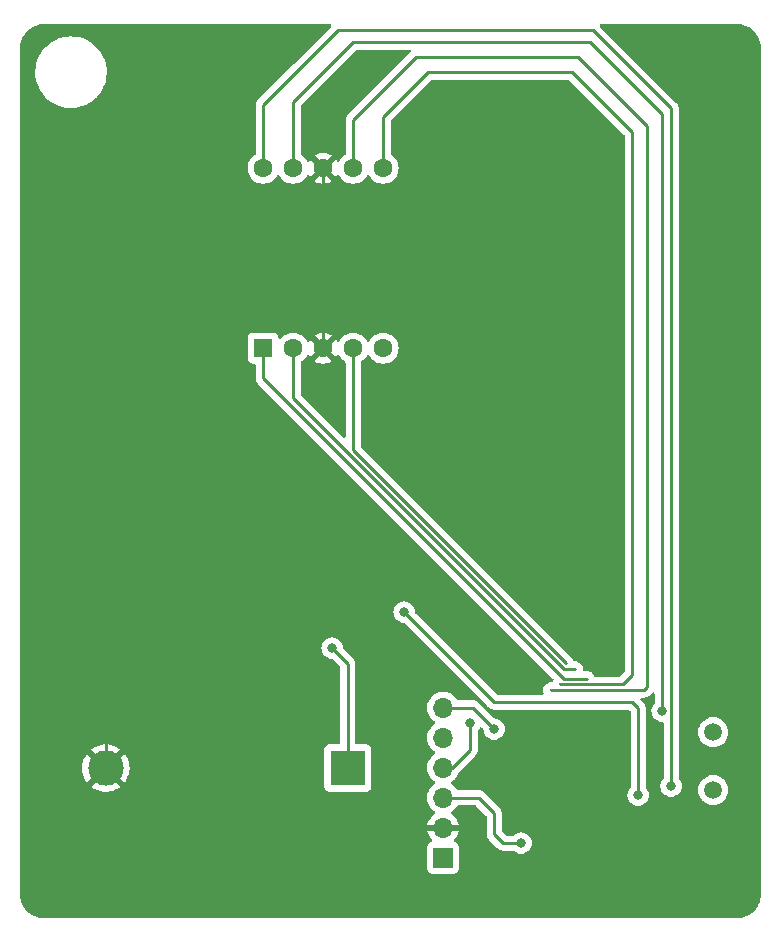
<source format=gbr>
%TF.GenerationSoftware,KiCad,Pcbnew,(6.0.10)*%
%TF.CreationDate,2023-06-10T20:41:06+09:00*%
%TF.ProjectId,BaeRNG_V1,42616552-4e47-45f5-9631-2e6b69636164,rev?*%
%TF.SameCoordinates,Original*%
%TF.FileFunction,Copper,L2,Bot*%
%TF.FilePolarity,Positive*%
%FSLAX46Y46*%
G04 Gerber Fmt 4.6, Leading zero omitted, Abs format (unit mm)*
G04 Created by KiCad (PCBNEW (6.0.10)) date 2023-06-10 20:41:06*
%MOMM*%
%LPD*%
G01*
G04 APERTURE LIST*
%TA.AperFunction,ComponentPad*%
%ADD10C,3.000000*%
%TD*%
%TA.AperFunction,ComponentPad*%
%ADD11R,3.000000X3.000000*%
%TD*%
%TA.AperFunction,ComponentPad*%
%ADD12C,1.500000*%
%TD*%
%TA.AperFunction,ComponentPad*%
%ADD13R,1.700000X1.700000*%
%TD*%
%TA.AperFunction,ComponentPad*%
%ADD14O,1.700000X1.700000*%
%TD*%
%TA.AperFunction,ComponentPad*%
%ADD15C,1.600000*%
%TD*%
%TA.AperFunction,ComponentPad*%
%ADD16R,1.600000X1.600000*%
%TD*%
%TA.AperFunction,ViaPad*%
%ADD17C,0.800000*%
%TD*%
%TA.AperFunction,ViaPad*%
%ADD18C,0.300000*%
%TD*%
%TA.AperFunction,Conductor*%
%ADD19C,0.250000*%
%TD*%
G04 APERTURE END LIST*
D10*
%TO.P,BT1,2,-*%
%TO.N,GND*%
X106060001Y-121920001D03*
D11*
%TO.P,BT1,1,+*%
%TO.N,Net-(BT1-Pad1)*%
X126550001Y-121920001D03*
%TD*%
D12*
%TO.P,Y1,1,1*%
%TO.N,Net-(U2-Pad8)*%
X157480000Y-118880000D03*
%TO.P,Y1,2,2*%
%TO.N,Net-(U2-Pad7)*%
X157480000Y-123780000D03*
%TD*%
D13*
%TO.P,J1,1,Pin_1*%
%TO.N,Net-(BT1-Pad1)*%
X134620000Y-129510000D03*
D14*
%TO.P,J1,2,Pin_2*%
%TO.N,GND*%
X134620000Y-126970000D03*
%TO.P,J1,3,Pin_3*%
%TO.N,Net-(J1-Pad3)*%
X134620000Y-124430000D03*
%TO.P,J1,4,Pin_4*%
%TO.N,Net-(J1-Pad4)*%
X134620000Y-121890000D03*
%TO.P,J1,5,Pin_5*%
%TO.N,Net-(J1-Pad5)*%
X134620000Y-119350000D03*
%TO.P,J1,6,Pin_6*%
%TO.N,Net-(J1-Pad6)*%
X134620000Y-116810000D03*
%TD*%
D15*
%TO.P,U1,10,G*%
%TO.N,Net-(U1-Pad10)*%
X119380000Y-71120000D03*
%TO.P,U1,9,F*%
%TO.N,Net-(U1-Pad9)*%
X121920000Y-71120000D03*
%TO.P,U1,8,CC*%
%TO.N,GND*%
X124460000Y-71120000D03*
%TO.P,U1,7,A*%
%TO.N,Net-(U1-Pad7)*%
X127000000Y-71120000D03*
%TO.P,U1,6,B*%
%TO.N,Net-(U1-Pad6)*%
X129540000Y-71120000D03*
%TO.P,U1,5,DP*%
%TO.N,unconnected-(U1-Pad5)*%
X129540000Y-86360000D03*
%TO.P,U1,4,C*%
%TO.N,Net-(U1-Pad4)*%
X127000000Y-86360000D03*
%TO.P,U1,3,CC*%
%TO.N,GND*%
X124460000Y-86360000D03*
%TO.P,U1,2,D*%
%TO.N,Net-(U1-Pad2)*%
X121920000Y-86360000D03*
D16*
%TO.P,U1,1,E*%
%TO.N,Net-(U1-Pad1)*%
X119380000Y-86360000D03*
%TD*%
D17*
%TO.N,Net-(BT1-Pad1)*%
X125222000Y-111760000D03*
%TO.N,Net-(R1-Pad2)*%
X151130000Y-124206000D03*
X131318000Y-108712000D03*
%TO.N,GND*%
X152400000Y-121920000D03*
D18*
%TO.N,Net-(U1-Pad1)*%
X146812000Y-114367000D03*
%TO.N,Net-(U1-Pad2)*%
X145796000Y-113538000D03*
%TO.N,Net-(U1-Pad4)*%
X145034000Y-113030000D03*
%TO.N,Net-(U1-Pad6)*%
X144526000Y-114841500D03*
%TO.N,Net-(U1-Pad7)*%
X143764000Y-115316000D03*
D17*
%TO.N,Net-(U1-Pad9)*%
X153162000Y-117094000D03*
%TO.N,Net-(U1-Pad10)*%
X153924000Y-123444000D03*
%TO.N,Net-(J1-Pad3)*%
X141224000Y-128270000D03*
%TO.N,Net-(J1-Pad4)*%
X136906000Y-118110000D03*
%TO.N,Net-(J1-Pad6)*%
X138938000Y-118618000D03*
%TD*%
D19*
%TO.N,Net-(BT1-Pad1)*%
X126550001Y-113088001D02*
X126550001Y-121920001D01*
X125222000Y-111760000D02*
X126550001Y-113088001D01*
%TO.N,Net-(R1-Pad2)*%
X139700000Y-116332000D02*
X138938000Y-116332000D01*
X151130000Y-116840000D02*
X150622000Y-116332000D01*
X151130000Y-124206000D02*
X151130000Y-116840000D01*
X150622000Y-116332000D02*
X139700000Y-116332000D01*
X138938000Y-116332000D02*
X131318000Y-108712000D01*
%TO.N,GND*%
X139954000Y-130048000D02*
X150114000Y-130048000D01*
X152400000Y-127762000D02*
X152400000Y-121920000D01*
X150368000Y-129794000D02*
X152400000Y-127762000D01*
X136876000Y-126970000D02*
X139954000Y-130048000D01*
X150114000Y-130048000D02*
X150368000Y-129794000D01*
X134620000Y-126970000D02*
X136876000Y-126970000D01*
X106060001Y-91805999D02*
X106060001Y-121920001D01*
X116586000Y-81280000D02*
X106060001Y-91805999D01*
X124460000Y-71120000D02*
X124460000Y-77470000D01*
X124460000Y-77470000D02*
X120650000Y-81280000D01*
X120650000Y-81280000D02*
X116586000Y-81280000D01*
X124460000Y-71120000D02*
X124460000Y-86360000D01*
%TO.N,Net-(U1-Pad1)*%
X144847000Y-114367000D02*
X119380000Y-88900000D01*
X146812000Y-114367000D02*
X144847000Y-114367000D01*
X119380000Y-88900000D02*
X119380000Y-86360000D01*
%TO.N,Net-(U1-Pad2)*%
X144870248Y-113538000D02*
X121920000Y-90587752D01*
X121920000Y-90587752D02*
X121920000Y-86360000D01*
X145796000Y-113538000D02*
X144870248Y-113538000D01*
%TO.N,Net-(U1-Pad4)*%
X127000000Y-94996000D02*
X127000000Y-86360000D01*
X145034000Y-113030000D02*
X127000000Y-94996000D01*
%TO.N,Net-(U1-Pad6)*%
X149826500Y-114841500D02*
X144526000Y-114841500D01*
X145542000Y-62992000D02*
X150622000Y-68072000D01*
X150622000Y-114046000D02*
X149826500Y-114841500D01*
X133350000Y-62992000D02*
X145542000Y-62992000D01*
X132842000Y-63500000D02*
X133350000Y-62992000D01*
X129540000Y-66802000D02*
X132842000Y-63500000D01*
X129540000Y-71120000D02*
X129540000Y-66802000D01*
X150622000Y-68072000D02*
X150622000Y-114046000D01*
%TO.N,Net-(U1-Pad7)*%
X127000000Y-67056000D02*
X127000000Y-71120000D01*
X132334000Y-61722000D02*
X127000000Y-67056000D01*
X146050000Y-61722000D02*
X132334000Y-61722000D01*
X151892000Y-67564000D02*
X146050000Y-61722000D01*
X151892000Y-115062000D02*
X151892000Y-67564000D01*
X151638000Y-115316000D02*
X151892000Y-115062000D01*
X143764000Y-115316000D02*
X151638000Y-115316000D01*
%TO.N,Net-(U1-Pad9)*%
X121920000Y-65532000D02*
X121920000Y-71120000D01*
X127000000Y-60452000D02*
X121920000Y-65532000D01*
X153162000Y-66548000D02*
X153162000Y-117094000D01*
X147066000Y-60452000D02*
X153162000Y-66548000D01*
X127000000Y-60452000D02*
X147066000Y-60452000D01*
%TO.N,Net-(U1-Pad10)*%
X147320000Y-59436000D02*
X125730000Y-59436000D01*
X125730000Y-59436000D02*
X119380000Y-65786000D01*
X153924000Y-66040000D02*
X147320000Y-59436000D01*
X153924000Y-123444000D02*
X153924000Y-66040000D01*
X119380000Y-65786000D02*
X119380000Y-71120000D01*
%TO.N,Net-(J1-Pad3)*%
X139700000Y-128270000D02*
X141224000Y-128270000D01*
X138938000Y-125730000D02*
X138938000Y-127508000D01*
X138430000Y-125222000D02*
X138938000Y-125730000D01*
X137638000Y-124430000D02*
X138430000Y-125222000D01*
X134620000Y-124430000D02*
X137638000Y-124430000D01*
X138938000Y-127508000D02*
X139700000Y-128270000D01*
%TO.N,Net-(J1-Pad4)*%
X135412000Y-121890000D02*
X134620000Y-121890000D01*
X136906000Y-120396000D02*
X135412000Y-121890000D01*
X136906000Y-118110000D02*
X136906000Y-120396000D01*
%TO.N,Net-(J1-Pad6)*%
X137130000Y-116810000D02*
X134620000Y-116810000D01*
X138938000Y-118618000D02*
X137130000Y-116810000D01*
%TD*%
%TA.AperFunction,Conductor*%
%TO.N,GND*%
G36*
X125105527Y-58948502D02*
G01*
X125152020Y-59002158D01*
X125162124Y-59072432D01*
X125132630Y-59137012D01*
X125126501Y-59143595D01*
X121993419Y-62276676D01*
X118987747Y-65282348D01*
X118979461Y-65289888D01*
X118972982Y-65294000D01*
X118967557Y-65299777D01*
X118926357Y-65343651D01*
X118923602Y-65346493D01*
X118903865Y-65366230D01*
X118901385Y-65369427D01*
X118893682Y-65378447D01*
X118863414Y-65410679D01*
X118859595Y-65417625D01*
X118859593Y-65417628D01*
X118853652Y-65428434D01*
X118842801Y-65444953D01*
X118830386Y-65460959D01*
X118827241Y-65468228D01*
X118827238Y-65468232D01*
X118812826Y-65501537D01*
X118807609Y-65512187D01*
X118786305Y-65550940D01*
X118784334Y-65558615D01*
X118784334Y-65558616D01*
X118781267Y-65570562D01*
X118774863Y-65589266D01*
X118772670Y-65594335D01*
X118766819Y-65607855D01*
X118765580Y-65615678D01*
X118765577Y-65615688D01*
X118759901Y-65651524D01*
X118757495Y-65663144D01*
X118749080Y-65695920D01*
X118746500Y-65705970D01*
X118746500Y-65726224D01*
X118744949Y-65745934D01*
X118741780Y-65765943D01*
X118742526Y-65773835D01*
X118745941Y-65809961D01*
X118746500Y-65821819D01*
X118746500Y-69900606D01*
X118726498Y-69968727D01*
X118692771Y-70003819D01*
X118540211Y-70110643D01*
X118540208Y-70110645D01*
X118535700Y-70113802D01*
X118373802Y-70275700D01*
X118242477Y-70463251D01*
X118240154Y-70468233D01*
X118240151Y-70468238D01*
X118240034Y-70468489D01*
X118145716Y-70670757D01*
X118144294Y-70676065D01*
X118144293Y-70676067D01*
X118123019Y-70755461D01*
X118086457Y-70891913D01*
X118066502Y-71120000D01*
X118086457Y-71348087D01*
X118087881Y-71353400D01*
X118087881Y-71353402D01*
X118125025Y-71492022D01*
X118145716Y-71569243D01*
X118148039Y-71574224D01*
X118148039Y-71574225D01*
X118240151Y-71771762D01*
X118240154Y-71771767D01*
X118242477Y-71776749D01*
X118373802Y-71964300D01*
X118535700Y-72126198D01*
X118540208Y-72129355D01*
X118540211Y-72129357D01*
X118618389Y-72184098D01*
X118723251Y-72257523D01*
X118728233Y-72259846D01*
X118728238Y-72259849D01*
X118924765Y-72351490D01*
X118930757Y-72354284D01*
X118936065Y-72355706D01*
X118936067Y-72355707D01*
X119146598Y-72412119D01*
X119146600Y-72412119D01*
X119151913Y-72413543D01*
X119380000Y-72433498D01*
X119608087Y-72413543D01*
X119613400Y-72412119D01*
X119613402Y-72412119D01*
X119823933Y-72355707D01*
X119823935Y-72355706D01*
X119829243Y-72354284D01*
X119835235Y-72351490D01*
X120031762Y-72259849D01*
X120031767Y-72259846D01*
X120036749Y-72257523D01*
X120141611Y-72184098D01*
X120219789Y-72129357D01*
X120219792Y-72129355D01*
X120224300Y-72126198D01*
X120386198Y-71964300D01*
X120517523Y-71776749D01*
X120519846Y-71771767D01*
X120519849Y-71771762D01*
X120535805Y-71737543D01*
X120582722Y-71684258D01*
X120650999Y-71664797D01*
X120718959Y-71685339D01*
X120764195Y-71737543D01*
X120780151Y-71771762D01*
X120780154Y-71771767D01*
X120782477Y-71776749D01*
X120913802Y-71964300D01*
X121075700Y-72126198D01*
X121080208Y-72129355D01*
X121080211Y-72129357D01*
X121158389Y-72184098D01*
X121263251Y-72257523D01*
X121268233Y-72259846D01*
X121268238Y-72259849D01*
X121464765Y-72351490D01*
X121470757Y-72354284D01*
X121476065Y-72355706D01*
X121476067Y-72355707D01*
X121686598Y-72412119D01*
X121686600Y-72412119D01*
X121691913Y-72413543D01*
X121920000Y-72433498D01*
X122148087Y-72413543D01*
X122153400Y-72412119D01*
X122153402Y-72412119D01*
X122363933Y-72355707D01*
X122363935Y-72355706D01*
X122369243Y-72354284D01*
X122375235Y-72351490D01*
X122571762Y-72259849D01*
X122571767Y-72259846D01*
X122576749Y-72257523D01*
X122650243Y-72206062D01*
X123738493Y-72206062D01*
X123747789Y-72218077D01*
X123798994Y-72253931D01*
X123808489Y-72259414D01*
X124005947Y-72351490D01*
X124016239Y-72355236D01*
X124226688Y-72411625D01*
X124237481Y-72413528D01*
X124454525Y-72432517D01*
X124465475Y-72432517D01*
X124682519Y-72413528D01*
X124693312Y-72411625D01*
X124903761Y-72355236D01*
X124914053Y-72351490D01*
X125111511Y-72259414D01*
X125121006Y-72253931D01*
X125173048Y-72217491D01*
X125181424Y-72207012D01*
X125174356Y-72193566D01*
X124472812Y-71492022D01*
X124458868Y-71484408D01*
X124457035Y-71484539D01*
X124450420Y-71488790D01*
X123744923Y-72194287D01*
X123738493Y-72206062D01*
X122650243Y-72206062D01*
X122681611Y-72184098D01*
X122759789Y-72129357D01*
X122759792Y-72129355D01*
X122764300Y-72126198D01*
X122926198Y-71964300D01*
X123057523Y-71776749D01*
X123059846Y-71771767D01*
X123059849Y-71771762D01*
X123076081Y-71736951D01*
X123122998Y-71683666D01*
X123191275Y-71664205D01*
X123259235Y-71684747D01*
X123304471Y-71736951D01*
X123320586Y-71771511D01*
X123326069Y-71781006D01*
X123362509Y-71833048D01*
X123372988Y-71841424D01*
X123386434Y-71834356D01*
X124087978Y-71132812D01*
X124095592Y-71118868D01*
X124095461Y-71117035D01*
X124091210Y-71110420D01*
X123385713Y-70404923D01*
X123373938Y-70398493D01*
X123361923Y-70407789D01*
X123326069Y-70458994D01*
X123320586Y-70468489D01*
X123304471Y-70503049D01*
X123257554Y-70556334D01*
X123189277Y-70575795D01*
X123121317Y-70555253D01*
X123076081Y-70503049D01*
X123059849Y-70468238D01*
X123059846Y-70468233D01*
X123057523Y-70463251D01*
X122926198Y-70275700D01*
X122764300Y-70113802D01*
X122759792Y-70110645D01*
X122759789Y-70110643D01*
X122648887Y-70032988D01*
X123738576Y-70032988D01*
X123745644Y-70046434D01*
X124447188Y-70747978D01*
X124461132Y-70755592D01*
X124462965Y-70755461D01*
X124469580Y-70751210D01*
X125175077Y-70045713D01*
X125181507Y-70033938D01*
X125172211Y-70021923D01*
X125121006Y-69986069D01*
X125111511Y-69980586D01*
X124914053Y-69888510D01*
X124903761Y-69884764D01*
X124693312Y-69828375D01*
X124682519Y-69826472D01*
X124465475Y-69807483D01*
X124454525Y-69807483D01*
X124237481Y-69826472D01*
X124226688Y-69828375D01*
X124016239Y-69884764D01*
X124005947Y-69888510D01*
X123808489Y-69980586D01*
X123798994Y-69986069D01*
X123746952Y-70022509D01*
X123738576Y-70032988D01*
X122648887Y-70032988D01*
X122607229Y-70003819D01*
X122562901Y-69948362D01*
X122553500Y-69900606D01*
X122553500Y-65846594D01*
X122573502Y-65778473D01*
X122590405Y-65757499D01*
X127225500Y-61122405D01*
X127287812Y-61088379D01*
X127314595Y-61085500D01*
X131770406Y-61085500D01*
X131838527Y-61105502D01*
X131885020Y-61159158D01*
X131895124Y-61229432D01*
X131865630Y-61294012D01*
X131859501Y-61300595D01*
X126607747Y-66552348D01*
X126599461Y-66559888D01*
X126592982Y-66564000D01*
X126587557Y-66569777D01*
X126546357Y-66613651D01*
X126543602Y-66616493D01*
X126523865Y-66636230D01*
X126521385Y-66639427D01*
X126513682Y-66648447D01*
X126483414Y-66680679D01*
X126479595Y-66687625D01*
X126479593Y-66687628D01*
X126473652Y-66698434D01*
X126462801Y-66714953D01*
X126450386Y-66730959D01*
X126447241Y-66738228D01*
X126447238Y-66738232D01*
X126432826Y-66771537D01*
X126427609Y-66782187D01*
X126406305Y-66820940D01*
X126402487Y-66835812D01*
X126401267Y-66840562D01*
X126394863Y-66859266D01*
X126393423Y-66862595D01*
X126386819Y-66877855D01*
X126385580Y-66885678D01*
X126385577Y-66885688D01*
X126379901Y-66921524D01*
X126377495Y-66933144D01*
X126366500Y-66975970D01*
X126366500Y-66996224D01*
X126364949Y-67015934D01*
X126361780Y-67035943D01*
X126362526Y-67043835D01*
X126365941Y-67079961D01*
X126366500Y-67091819D01*
X126366500Y-69900606D01*
X126346498Y-69968727D01*
X126312771Y-70003819D01*
X126160211Y-70110643D01*
X126160208Y-70110645D01*
X126155700Y-70113802D01*
X125993802Y-70275700D01*
X125862477Y-70463251D01*
X125860154Y-70468233D01*
X125860151Y-70468238D01*
X125843919Y-70503049D01*
X125797002Y-70556334D01*
X125728725Y-70575795D01*
X125660765Y-70555253D01*
X125615529Y-70503049D01*
X125599414Y-70468489D01*
X125593931Y-70458994D01*
X125557491Y-70406952D01*
X125547012Y-70398576D01*
X125533566Y-70405644D01*
X124832022Y-71107188D01*
X124824408Y-71121132D01*
X124824539Y-71122965D01*
X124828790Y-71129580D01*
X125534287Y-71835077D01*
X125546062Y-71841507D01*
X125558077Y-71832211D01*
X125593931Y-71781006D01*
X125599414Y-71771511D01*
X125615529Y-71736951D01*
X125662446Y-71683666D01*
X125730723Y-71664205D01*
X125798683Y-71684747D01*
X125843919Y-71736951D01*
X125860151Y-71771762D01*
X125860154Y-71771767D01*
X125862477Y-71776749D01*
X125993802Y-71964300D01*
X126155700Y-72126198D01*
X126160208Y-72129355D01*
X126160211Y-72129357D01*
X126238389Y-72184098D01*
X126343251Y-72257523D01*
X126348233Y-72259846D01*
X126348238Y-72259849D01*
X126544765Y-72351490D01*
X126550757Y-72354284D01*
X126556065Y-72355706D01*
X126556067Y-72355707D01*
X126766598Y-72412119D01*
X126766600Y-72412119D01*
X126771913Y-72413543D01*
X127000000Y-72433498D01*
X127228087Y-72413543D01*
X127233400Y-72412119D01*
X127233402Y-72412119D01*
X127443933Y-72355707D01*
X127443935Y-72355706D01*
X127449243Y-72354284D01*
X127455235Y-72351490D01*
X127651762Y-72259849D01*
X127651767Y-72259846D01*
X127656749Y-72257523D01*
X127761611Y-72184098D01*
X127839789Y-72129357D01*
X127839792Y-72129355D01*
X127844300Y-72126198D01*
X128006198Y-71964300D01*
X128137523Y-71776749D01*
X128139846Y-71771767D01*
X128139849Y-71771762D01*
X128155805Y-71737543D01*
X128202722Y-71684258D01*
X128270999Y-71664797D01*
X128338959Y-71685339D01*
X128384195Y-71737543D01*
X128400151Y-71771762D01*
X128400154Y-71771767D01*
X128402477Y-71776749D01*
X128533802Y-71964300D01*
X128695700Y-72126198D01*
X128700208Y-72129355D01*
X128700211Y-72129357D01*
X128778389Y-72184098D01*
X128883251Y-72257523D01*
X128888233Y-72259846D01*
X128888238Y-72259849D01*
X129084765Y-72351490D01*
X129090757Y-72354284D01*
X129096065Y-72355706D01*
X129096067Y-72355707D01*
X129306598Y-72412119D01*
X129306600Y-72412119D01*
X129311913Y-72413543D01*
X129540000Y-72433498D01*
X129768087Y-72413543D01*
X129773400Y-72412119D01*
X129773402Y-72412119D01*
X129983933Y-72355707D01*
X129983935Y-72355706D01*
X129989243Y-72354284D01*
X129995235Y-72351490D01*
X130191762Y-72259849D01*
X130191767Y-72259846D01*
X130196749Y-72257523D01*
X130301611Y-72184098D01*
X130379789Y-72129357D01*
X130379792Y-72129355D01*
X130384300Y-72126198D01*
X130546198Y-71964300D01*
X130677523Y-71776749D01*
X130679846Y-71771767D01*
X130679849Y-71771762D01*
X130771961Y-71574225D01*
X130771961Y-71574224D01*
X130774284Y-71569243D01*
X130794976Y-71492022D01*
X130832119Y-71353402D01*
X130832119Y-71353400D01*
X130833543Y-71348087D01*
X130853498Y-71120000D01*
X130833543Y-70891913D01*
X130796981Y-70755461D01*
X130775707Y-70676067D01*
X130775706Y-70676065D01*
X130774284Y-70670757D01*
X130679966Y-70468489D01*
X130679849Y-70468238D01*
X130679846Y-70468233D01*
X130677523Y-70463251D01*
X130546198Y-70275700D01*
X130384300Y-70113802D01*
X130379792Y-70110645D01*
X130379789Y-70110643D01*
X130227229Y-70003819D01*
X130182901Y-69948362D01*
X130173500Y-69900606D01*
X130173500Y-67116594D01*
X130193502Y-67048473D01*
X130210405Y-67027499D01*
X133575499Y-63662405D01*
X133637811Y-63628379D01*
X133664594Y-63625500D01*
X145227406Y-63625500D01*
X145295527Y-63645502D01*
X145316501Y-63662405D01*
X149951595Y-68297500D01*
X149985621Y-68359812D01*
X149988500Y-68386595D01*
X149988500Y-113731405D01*
X149968498Y-113799526D01*
X149951595Y-113820501D01*
X149600999Y-114171096D01*
X149538687Y-114205121D01*
X149511904Y-114208000D01*
X147542980Y-114208000D01*
X147474859Y-114187998D01*
X147428366Y-114134342D01*
X147425114Y-114126537D01*
X147424923Y-114126030D01*
X147399851Y-114059679D01*
X147309576Y-113928328D01*
X147303905Y-113923275D01*
X147196247Y-113827355D01*
X147196244Y-113827353D01*
X147190575Y-113822302D01*
X147147559Y-113799526D01*
X147056431Y-113751276D01*
X147056429Y-113751275D01*
X147049718Y-113747722D01*
X146993097Y-113733500D01*
X146902509Y-113710746D01*
X146902506Y-113710746D01*
X146895138Y-113708895D01*
X146887538Y-113708855D01*
X146887537Y-113708855D01*
X146822179Y-113708513D01*
X146735758Y-113708060D01*
X146728378Y-113709832D01*
X146728376Y-113709832D01*
X146644292Y-113730019D01*
X146614878Y-113733500D01*
X146578546Y-113733500D01*
X146510425Y-113713498D01*
X146463932Y-113659842D01*
X146453803Y-113589747D01*
X146459191Y-113551892D01*
X146459336Y-113538000D01*
X146440188Y-113379772D01*
X146383851Y-113230679D01*
X146327091Y-113148092D01*
X146297878Y-113105587D01*
X146297877Y-113105585D01*
X146293576Y-113099328D01*
X146271900Y-113080015D01*
X146180247Y-112998355D01*
X146180244Y-112998353D01*
X146174575Y-112993302D01*
X146150404Y-112980504D01*
X146040431Y-112922276D01*
X146040429Y-112922275D01*
X146033718Y-112918722D01*
X146026353Y-112916872D01*
X145886509Y-112881746D01*
X145886506Y-112881746D01*
X145879138Y-112879895D01*
X145871538Y-112879855D01*
X145871537Y-112879855D01*
X145800161Y-112879481D01*
X145767461Y-112879310D01*
X145699446Y-112858952D01*
X145653235Y-112805053D01*
X145650255Y-112797849D01*
X145624536Y-112729784D01*
X145624535Y-112729782D01*
X145621851Y-112722679D01*
X145555480Y-112626109D01*
X145535878Y-112597587D01*
X145535877Y-112597585D01*
X145531576Y-112591328D01*
X145489459Y-112553803D01*
X145418247Y-112490355D01*
X145418244Y-112490353D01*
X145412575Y-112485302D01*
X145371151Y-112463369D01*
X145341015Y-112441110D01*
X127670405Y-94770500D01*
X127636379Y-94708188D01*
X127633500Y-94681405D01*
X127633500Y-87579394D01*
X127653502Y-87511273D01*
X127687229Y-87476181D01*
X127839789Y-87369357D01*
X127839792Y-87369355D01*
X127844300Y-87366198D01*
X128006198Y-87204300D01*
X128137523Y-87016749D01*
X128139846Y-87011767D01*
X128139849Y-87011762D01*
X128155805Y-86977543D01*
X128202722Y-86924258D01*
X128270999Y-86904797D01*
X128338959Y-86925339D01*
X128384195Y-86977543D01*
X128400151Y-87011762D01*
X128400154Y-87011767D01*
X128402477Y-87016749D01*
X128533802Y-87204300D01*
X128695700Y-87366198D01*
X128700208Y-87369355D01*
X128700211Y-87369357D01*
X128741542Y-87398297D01*
X128883251Y-87497523D01*
X128888233Y-87499846D01*
X128888238Y-87499849D01*
X129058825Y-87579394D01*
X129090757Y-87594284D01*
X129096065Y-87595706D01*
X129096067Y-87595707D01*
X129306598Y-87652119D01*
X129306600Y-87652119D01*
X129311913Y-87653543D01*
X129540000Y-87673498D01*
X129768087Y-87653543D01*
X129773400Y-87652119D01*
X129773402Y-87652119D01*
X129983933Y-87595707D01*
X129983935Y-87595706D01*
X129989243Y-87594284D01*
X130021175Y-87579394D01*
X130191762Y-87499849D01*
X130191767Y-87499846D01*
X130196749Y-87497523D01*
X130338458Y-87398297D01*
X130379789Y-87369357D01*
X130379792Y-87369355D01*
X130384300Y-87366198D01*
X130546198Y-87204300D01*
X130677523Y-87016749D01*
X130679846Y-87011767D01*
X130679849Y-87011762D01*
X130771961Y-86814225D01*
X130771961Y-86814224D01*
X130774284Y-86809243D01*
X130794976Y-86732022D01*
X130832119Y-86593402D01*
X130832119Y-86593400D01*
X130833543Y-86588087D01*
X130853498Y-86360000D01*
X130833543Y-86131913D01*
X130796981Y-85995461D01*
X130775707Y-85916067D01*
X130775706Y-85916065D01*
X130774284Y-85910757D01*
X130679966Y-85708489D01*
X130679849Y-85708238D01*
X130679846Y-85708233D01*
X130677523Y-85703251D01*
X130546198Y-85515700D01*
X130384300Y-85353802D01*
X130379792Y-85350645D01*
X130379789Y-85350643D01*
X130253920Y-85262509D01*
X130196749Y-85222477D01*
X130191767Y-85220154D01*
X130191762Y-85220151D01*
X129994225Y-85128039D01*
X129994224Y-85128039D01*
X129989243Y-85125716D01*
X129983935Y-85124294D01*
X129983933Y-85124293D01*
X129773402Y-85067881D01*
X129773400Y-85067881D01*
X129768087Y-85066457D01*
X129540000Y-85046502D01*
X129311913Y-85066457D01*
X129306600Y-85067881D01*
X129306598Y-85067881D01*
X129096067Y-85124293D01*
X129096065Y-85124294D01*
X129090757Y-85125716D01*
X129085776Y-85128039D01*
X129085775Y-85128039D01*
X128888238Y-85220151D01*
X128888233Y-85220154D01*
X128883251Y-85222477D01*
X128826080Y-85262509D01*
X128700211Y-85350643D01*
X128700208Y-85350645D01*
X128695700Y-85353802D01*
X128533802Y-85515700D01*
X128402477Y-85703251D01*
X128400154Y-85708233D01*
X128400151Y-85708238D01*
X128384195Y-85742457D01*
X128337278Y-85795742D01*
X128269001Y-85815203D01*
X128201041Y-85794661D01*
X128155805Y-85742457D01*
X128139849Y-85708238D01*
X128139846Y-85708233D01*
X128137523Y-85703251D01*
X128006198Y-85515700D01*
X127844300Y-85353802D01*
X127839792Y-85350645D01*
X127839789Y-85350643D01*
X127713920Y-85262509D01*
X127656749Y-85222477D01*
X127651767Y-85220154D01*
X127651762Y-85220151D01*
X127454225Y-85128039D01*
X127454224Y-85128039D01*
X127449243Y-85125716D01*
X127443935Y-85124294D01*
X127443933Y-85124293D01*
X127233402Y-85067881D01*
X127233400Y-85067881D01*
X127228087Y-85066457D01*
X127000000Y-85046502D01*
X126771913Y-85066457D01*
X126766600Y-85067881D01*
X126766598Y-85067881D01*
X126556067Y-85124293D01*
X126556065Y-85124294D01*
X126550757Y-85125716D01*
X126545776Y-85128039D01*
X126545775Y-85128039D01*
X126348238Y-85220151D01*
X126348233Y-85220154D01*
X126343251Y-85222477D01*
X126286080Y-85262509D01*
X126160211Y-85350643D01*
X126160208Y-85350645D01*
X126155700Y-85353802D01*
X125993802Y-85515700D01*
X125862477Y-85703251D01*
X125860154Y-85708233D01*
X125860151Y-85708238D01*
X125843919Y-85743049D01*
X125797002Y-85796334D01*
X125728725Y-85815795D01*
X125660765Y-85795253D01*
X125615529Y-85743049D01*
X125599414Y-85708489D01*
X125593931Y-85698994D01*
X125557491Y-85646952D01*
X125547012Y-85638576D01*
X125533566Y-85645644D01*
X124832022Y-86347188D01*
X124824408Y-86361132D01*
X124824539Y-86362965D01*
X124828790Y-86369580D01*
X125534287Y-87075077D01*
X125546062Y-87081507D01*
X125558077Y-87072211D01*
X125593931Y-87021006D01*
X125599414Y-87011511D01*
X125615529Y-86976951D01*
X125662446Y-86923666D01*
X125730723Y-86904205D01*
X125798683Y-86924747D01*
X125843919Y-86976951D01*
X125860151Y-87011762D01*
X125860154Y-87011767D01*
X125862477Y-87016749D01*
X125993802Y-87204300D01*
X126155700Y-87366198D01*
X126160208Y-87369355D01*
X126160211Y-87369357D01*
X126312771Y-87476181D01*
X126357099Y-87531638D01*
X126366500Y-87579394D01*
X126366500Y-93834157D01*
X126346498Y-93902278D01*
X126292842Y-93948771D01*
X126222568Y-93958875D01*
X126157988Y-93929381D01*
X126151405Y-93923252D01*
X122590405Y-90362252D01*
X122556379Y-90299940D01*
X122553500Y-90273157D01*
X122553500Y-87579394D01*
X122573502Y-87511273D01*
X122607229Y-87476181D01*
X122650243Y-87446062D01*
X123738493Y-87446062D01*
X123747789Y-87458077D01*
X123798994Y-87493931D01*
X123808489Y-87499414D01*
X124005947Y-87591490D01*
X124016239Y-87595236D01*
X124226688Y-87651625D01*
X124237481Y-87653528D01*
X124454525Y-87672517D01*
X124465475Y-87672517D01*
X124682519Y-87653528D01*
X124693312Y-87651625D01*
X124903761Y-87595236D01*
X124914053Y-87591490D01*
X125111511Y-87499414D01*
X125121006Y-87493931D01*
X125173048Y-87457491D01*
X125181424Y-87447012D01*
X125174356Y-87433566D01*
X124472812Y-86732022D01*
X124458868Y-86724408D01*
X124457035Y-86724539D01*
X124450420Y-86728790D01*
X123744923Y-87434287D01*
X123738493Y-87446062D01*
X122650243Y-87446062D01*
X122759789Y-87369357D01*
X122759792Y-87369355D01*
X122764300Y-87366198D01*
X122926198Y-87204300D01*
X123057523Y-87016749D01*
X123059846Y-87011767D01*
X123059849Y-87011762D01*
X123076081Y-86976951D01*
X123122998Y-86923666D01*
X123191275Y-86904205D01*
X123259235Y-86924747D01*
X123304471Y-86976951D01*
X123320586Y-87011511D01*
X123326069Y-87021006D01*
X123362509Y-87073048D01*
X123372988Y-87081424D01*
X123386434Y-87074356D01*
X124087978Y-86372812D01*
X124095592Y-86358868D01*
X124095461Y-86357035D01*
X124091210Y-86350420D01*
X123385713Y-85644923D01*
X123373938Y-85638493D01*
X123361923Y-85647789D01*
X123326069Y-85698994D01*
X123320586Y-85708489D01*
X123304471Y-85743049D01*
X123257554Y-85796334D01*
X123189277Y-85815795D01*
X123121317Y-85795253D01*
X123076081Y-85743049D01*
X123059849Y-85708238D01*
X123059846Y-85708233D01*
X123057523Y-85703251D01*
X122926198Y-85515700D01*
X122764300Y-85353802D01*
X122759792Y-85350645D01*
X122759789Y-85350643D01*
X122648886Y-85272988D01*
X123738576Y-85272988D01*
X123745644Y-85286434D01*
X124447188Y-85987978D01*
X124461132Y-85995592D01*
X124462965Y-85995461D01*
X124469580Y-85991210D01*
X125175077Y-85285713D01*
X125181507Y-85273938D01*
X125172211Y-85261923D01*
X125121006Y-85226069D01*
X125111511Y-85220586D01*
X124914053Y-85128510D01*
X124903761Y-85124764D01*
X124693312Y-85068375D01*
X124682519Y-85066472D01*
X124465475Y-85047483D01*
X124454525Y-85047483D01*
X124237481Y-85066472D01*
X124226688Y-85068375D01*
X124016239Y-85124764D01*
X124005947Y-85128510D01*
X123808489Y-85220586D01*
X123798994Y-85226069D01*
X123746952Y-85262509D01*
X123738576Y-85272988D01*
X122648886Y-85272988D01*
X122633920Y-85262509D01*
X122576749Y-85222477D01*
X122571767Y-85220154D01*
X122571762Y-85220151D01*
X122374225Y-85128039D01*
X122374224Y-85128039D01*
X122369243Y-85125716D01*
X122363935Y-85124294D01*
X122363933Y-85124293D01*
X122153402Y-85067881D01*
X122153400Y-85067881D01*
X122148087Y-85066457D01*
X121920000Y-85046502D01*
X121691913Y-85066457D01*
X121686600Y-85067881D01*
X121686598Y-85067881D01*
X121476067Y-85124293D01*
X121476065Y-85124294D01*
X121470757Y-85125716D01*
X121465776Y-85128039D01*
X121465775Y-85128039D01*
X121268238Y-85220151D01*
X121268233Y-85220154D01*
X121263251Y-85222477D01*
X121206080Y-85262509D01*
X121080211Y-85350643D01*
X121080208Y-85350645D01*
X121075700Y-85353802D01*
X120913802Y-85515700D01*
X120910643Y-85520211D01*
X120907108Y-85524424D01*
X120905974Y-85523473D01*
X120855929Y-85563471D01*
X120785310Y-85570776D01*
X120721951Y-85538742D01*
X120685970Y-85477538D01*
X120682918Y-85460483D01*
X120681745Y-85449684D01*
X120630615Y-85313295D01*
X120543261Y-85196739D01*
X120426705Y-85109385D01*
X120290316Y-85058255D01*
X120228134Y-85051500D01*
X118531866Y-85051500D01*
X118469684Y-85058255D01*
X118333295Y-85109385D01*
X118216739Y-85196739D01*
X118129385Y-85313295D01*
X118078255Y-85449684D01*
X118071500Y-85511866D01*
X118071500Y-87208134D01*
X118078255Y-87270316D01*
X118129385Y-87406705D01*
X118216739Y-87523261D01*
X118333295Y-87610615D01*
X118469684Y-87661745D01*
X118531866Y-87668500D01*
X118620500Y-87668500D01*
X118688621Y-87688502D01*
X118735114Y-87742158D01*
X118746500Y-87794500D01*
X118746500Y-88821233D01*
X118745973Y-88832416D01*
X118744298Y-88839909D01*
X118744547Y-88847835D01*
X118744547Y-88847836D01*
X118746438Y-88907986D01*
X118746500Y-88911945D01*
X118746500Y-88939856D01*
X118746997Y-88943790D01*
X118746997Y-88943791D01*
X118747005Y-88943856D01*
X118747938Y-88955693D01*
X118749327Y-88999889D01*
X118754978Y-89019339D01*
X118758987Y-89038700D01*
X118761526Y-89058797D01*
X118764445Y-89066168D01*
X118764445Y-89066170D01*
X118777804Y-89099912D01*
X118781649Y-89111142D01*
X118793982Y-89153593D01*
X118798015Y-89160412D01*
X118798017Y-89160417D01*
X118804293Y-89171028D01*
X118812988Y-89188776D01*
X118820448Y-89207617D01*
X118825110Y-89214033D01*
X118825110Y-89214034D01*
X118846436Y-89243387D01*
X118852952Y-89253307D01*
X118875458Y-89291362D01*
X118889779Y-89305683D01*
X118902619Y-89320716D01*
X118914528Y-89337107D01*
X118920634Y-89342158D01*
X118948605Y-89365298D01*
X118957384Y-89373288D01*
X143936976Y-114352881D01*
X143971002Y-114415193D01*
X143965937Y-114486008D01*
X143950968Y-114514426D01*
X143941400Y-114528040D01*
X143938642Y-114535115D01*
X143938640Y-114535118D01*
X143922139Y-114577441D01*
X143878758Y-114633643D01*
X143811879Y-114657469D01*
X143804086Y-114657669D01*
X143730554Y-114657284D01*
X143687758Y-114657060D01*
X143680378Y-114658832D01*
X143680376Y-114658832D01*
X143540160Y-114692495D01*
X143540158Y-114692496D01*
X143532780Y-114694267D01*
X143391150Y-114767368D01*
X143271045Y-114872142D01*
X143179400Y-115002540D01*
X143121504Y-115151035D01*
X143120513Y-115158562D01*
X143116294Y-115190611D01*
X143100700Y-115309054D01*
X143101534Y-115316604D01*
X143116366Y-115450948D01*
X143118190Y-115467473D01*
X143120800Y-115474606D01*
X143120801Y-115474609D01*
X143140778Y-115529200D01*
X143145404Y-115600045D01*
X143110994Y-115662146D01*
X143048472Y-115695784D01*
X143022452Y-115698500D01*
X139252595Y-115698500D01*
X139184474Y-115678498D01*
X139163500Y-115661595D01*
X132265122Y-108763217D01*
X132231096Y-108700905D01*
X132228907Y-108687292D01*
X132212232Y-108528635D01*
X132212232Y-108528633D01*
X132211542Y-108522072D01*
X132152527Y-108340444D01*
X132057040Y-108175056D01*
X131929253Y-108033134D01*
X131774752Y-107920882D01*
X131768724Y-107918198D01*
X131768722Y-107918197D01*
X131606319Y-107845891D01*
X131606318Y-107845891D01*
X131600288Y-107843206D01*
X131506888Y-107823353D01*
X131419944Y-107804872D01*
X131419939Y-107804872D01*
X131413487Y-107803500D01*
X131222513Y-107803500D01*
X131216061Y-107804872D01*
X131216056Y-107804872D01*
X131129113Y-107823353D01*
X131035712Y-107843206D01*
X131029682Y-107845891D01*
X131029681Y-107845891D01*
X130867278Y-107918197D01*
X130867276Y-107918198D01*
X130861248Y-107920882D01*
X130706747Y-108033134D01*
X130578960Y-108175056D01*
X130483473Y-108340444D01*
X130424458Y-108522072D01*
X130404496Y-108712000D01*
X130424458Y-108901928D01*
X130483473Y-109083556D01*
X130578960Y-109248944D01*
X130706747Y-109390866D01*
X130861248Y-109503118D01*
X130867276Y-109505802D01*
X130867278Y-109505803D01*
X131029681Y-109578109D01*
X131035712Y-109580794D01*
X131129113Y-109600647D01*
X131216056Y-109619128D01*
X131216061Y-109619128D01*
X131222513Y-109620500D01*
X131278406Y-109620500D01*
X131346527Y-109640502D01*
X131367501Y-109657405D01*
X138434343Y-116724247D01*
X138441887Y-116732537D01*
X138446000Y-116739018D01*
X138451777Y-116744443D01*
X138495667Y-116785658D01*
X138498509Y-116788413D01*
X138518230Y-116808134D01*
X138521425Y-116810612D01*
X138530447Y-116818318D01*
X138562679Y-116848586D01*
X138569628Y-116852406D01*
X138580432Y-116858346D01*
X138596956Y-116869199D01*
X138612959Y-116881613D01*
X138653543Y-116899176D01*
X138664173Y-116904383D01*
X138702940Y-116925695D01*
X138710617Y-116927666D01*
X138710622Y-116927668D01*
X138722558Y-116930732D01*
X138741266Y-116937137D01*
X138759855Y-116945181D01*
X138767680Y-116946420D01*
X138767682Y-116946421D01*
X138803519Y-116952097D01*
X138815140Y-116954504D01*
X138850289Y-116963528D01*
X138857970Y-116965500D01*
X138878231Y-116965500D01*
X138897940Y-116967051D01*
X138917943Y-116970219D01*
X138925835Y-116969473D01*
X138931062Y-116968979D01*
X138961954Y-116966059D01*
X138973811Y-116965500D01*
X150307406Y-116965500D01*
X150375527Y-116985502D01*
X150396501Y-117002405D01*
X150459595Y-117065499D01*
X150493621Y-117127811D01*
X150496500Y-117154594D01*
X150496500Y-123503476D01*
X150476498Y-123571597D01*
X150464142Y-123587779D01*
X150390960Y-123669056D01*
X150332686Y-123769990D01*
X150301005Y-123824863D01*
X150295473Y-123834444D01*
X150236458Y-124016072D01*
X150235768Y-124022633D01*
X150235768Y-124022635D01*
X150220323Y-124169588D01*
X150216496Y-124206000D01*
X150217186Y-124212565D01*
X150231894Y-124352500D01*
X150236458Y-124395928D01*
X150295473Y-124577556D01*
X150298776Y-124583278D01*
X150298777Y-124583279D01*
X150322730Y-124624767D01*
X150390960Y-124742944D01*
X150518747Y-124884866D01*
X150673248Y-124997118D01*
X150679276Y-124999802D01*
X150679278Y-124999803D01*
X150789822Y-125049020D01*
X150847712Y-125074794D01*
X150941112Y-125094647D01*
X151028056Y-125113128D01*
X151028061Y-125113128D01*
X151034513Y-125114500D01*
X151225487Y-125114500D01*
X151231939Y-125113128D01*
X151231944Y-125113128D01*
X151318888Y-125094647D01*
X151412288Y-125074794D01*
X151470178Y-125049020D01*
X151580722Y-124999803D01*
X151580724Y-124999802D01*
X151586752Y-124997118D01*
X151741253Y-124884866D01*
X151869040Y-124742944D01*
X151937270Y-124624767D01*
X151961223Y-124583279D01*
X151961224Y-124583278D01*
X151964527Y-124577556D01*
X152023542Y-124395928D01*
X152028107Y-124352500D01*
X152042814Y-124212565D01*
X152043504Y-124206000D01*
X152039677Y-124169588D01*
X152024232Y-124022635D01*
X152024232Y-124022633D01*
X152023542Y-124016072D01*
X151964527Y-123834444D01*
X151958996Y-123824863D01*
X151927314Y-123769990D01*
X151869040Y-123669056D01*
X151795863Y-123587785D01*
X151765147Y-123523779D01*
X151763500Y-123503476D01*
X151763500Y-116918763D01*
X151764027Y-116907579D01*
X151765701Y-116900091D01*
X151763562Y-116832032D01*
X151763500Y-116828075D01*
X151763500Y-116800144D01*
X151762994Y-116796138D01*
X151762061Y-116784292D01*
X151761985Y-116781851D01*
X151760673Y-116740110D01*
X151755022Y-116720658D01*
X151751014Y-116701306D01*
X151749468Y-116689068D01*
X151749467Y-116689066D01*
X151748474Y-116681203D01*
X151732194Y-116640086D01*
X151728359Y-116628885D01*
X151716018Y-116586406D01*
X151711985Y-116579587D01*
X151711983Y-116579582D01*
X151705707Y-116568971D01*
X151697010Y-116551221D01*
X151689552Y-116532383D01*
X151663571Y-116496623D01*
X151657053Y-116486701D01*
X151638578Y-116455460D01*
X151638574Y-116455455D01*
X151634542Y-116448637D01*
X151620218Y-116434313D01*
X151607376Y-116419278D01*
X151606264Y-116417747D01*
X151595472Y-116402893D01*
X151561406Y-116374711D01*
X151552627Y-116366722D01*
X151350500Y-116164595D01*
X151316474Y-116102283D01*
X151321539Y-116031468D01*
X151364086Y-115974632D01*
X151430606Y-115949821D01*
X151439595Y-115949500D01*
X151559233Y-115949500D01*
X151570416Y-115950027D01*
X151577909Y-115951702D01*
X151585835Y-115951453D01*
X151585836Y-115951453D01*
X151645986Y-115949562D01*
X151649945Y-115949500D01*
X151677856Y-115949500D01*
X151681791Y-115949003D01*
X151681856Y-115948995D01*
X151693693Y-115948062D01*
X151725951Y-115947048D01*
X151729970Y-115946922D01*
X151737889Y-115946673D01*
X151757343Y-115941021D01*
X151776700Y-115937013D01*
X151788930Y-115935468D01*
X151788931Y-115935468D01*
X151796797Y-115934474D01*
X151804168Y-115931555D01*
X151804170Y-115931555D01*
X151837912Y-115918196D01*
X151849142Y-115914351D01*
X151883983Y-115904229D01*
X151883984Y-115904229D01*
X151891593Y-115902018D01*
X151898412Y-115897985D01*
X151898417Y-115897983D01*
X151909028Y-115891707D01*
X151926776Y-115883012D01*
X151945617Y-115875552D01*
X151981387Y-115849564D01*
X151991307Y-115843048D01*
X152022535Y-115824580D01*
X152022538Y-115824578D01*
X152029362Y-115820542D01*
X152043683Y-115806221D01*
X152058717Y-115793380D01*
X152068694Y-115786131D01*
X152075107Y-115781472D01*
X152103298Y-115747395D01*
X152111288Y-115738616D01*
X152284247Y-115565657D01*
X152292537Y-115558113D01*
X152299018Y-115554000D01*
X152310649Y-115541614D01*
X152371862Y-115505648D01*
X152442802Y-115508485D01*
X152500946Y-115549225D01*
X152527835Y-115614933D01*
X152528500Y-115627866D01*
X152528500Y-116391476D01*
X152508498Y-116459597D01*
X152496142Y-116475779D01*
X152422960Y-116557056D01*
X152381501Y-116628865D01*
X152351284Y-116681203D01*
X152327473Y-116722444D01*
X152268458Y-116904072D01*
X152267768Y-116910633D01*
X152267768Y-116910635D01*
X152264468Y-116942034D01*
X152248496Y-117094000D01*
X152268458Y-117283928D01*
X152327473Y-117465556D01*
X152422960Y-117630944D01*
X152550747Y-117772866D01*
X152705248Y-117885118D01*
X152711276Y-117887802D01*
X152711278Y-117887803D01*
X152873681Y-117960109D01*
X152879712Y-117962794D01*
X152955527Y-117978909D01*
X153060056Y-118001128D01*
X153060061Y-118001128D01*
X153066513Y-118002500D01*
X153164500Y-118002500D01*
X153232621Y-118022502D01*
X153279114Y-118076158D01*
X153290500Y-118128500D01*
X153290500Y-122741476D01*
X153270498Y-122809597D01*
X153258142Y-122825779D01*
X153184960Y-122907056D01*
X153134367Y-122994686D01*
X153102734Y-123049476D01*
X153089473Y-123072444D01*
X153030458Y-123254072D01*
X153029768Y-123260633D01*
X153029768Y-123260635D01*
X153025862Y-123297800D01*
X153010496Y-123444000D01*
X153011186Y-123450565D01*
X153021831Y-123551842D01*
X153030458Y-123633928D01*
X153089473Y-123815556D01*
X153092776Y-123821278D01*
X153092777Y-123821279D01*
X153100378Y-123834444D01*
X153184960Y-123980944D01*
X153189378Y-123985851D01*
X153189379Y-123985852D01*
X153236101Y-124037742D01*
X153312747Y-124122866D01*
X153377054Y-124169588D01*
X153436207Y-124212565D01*
X153467248Y-124235118D01*
X153473276Y-124237802D01*
X153473278Y-124237803D01*
X153635681Y-124310109D01*
X153641712Y-124312794D01*
X153735113Y-124332647D01*
X153822056Y-124351128D01*
X153822061Y-124351128D01*
X153828513Y-124352500D01*
X154019487Y-124352500D01*
X154025939Y-124351128D01*
X154025944Y-124351128D01*
X154112887Y-124332647D01*
X154206288Y-124312794D01*
X154212319Y-124310109D01*
X154374722Y-124237803D01*
X154374724Y-124237802D01*
X154380752Y-124235118D01*
X154411794Y-124212565D01*
X154470946Y-124169588D01*
X154535253Y-124122866D01*
X154611899Y-124037742D01*
X154658621Y-123985852D01*
X154658622Y-123985851D01*
X154663040Y-123980944D01*
X154747622Y-123834444D01*
X154755223Y-123821279D01*
X154755224Y-123821278D01*
X154758527Y-123815556D01*
X154770080Y-123780000D01*
X156216693Y-123780000D01*
X156235885Y-123999371D01*
X156292880Y-124212076D01*
X156295205Y-124217061D01*
X156383618Y-124406666D01*
X156383621Y-124406671D01*
X156385944Y-124411653D01*
X156389100Y-124416160D01*
X156389101Y-124416162D01*
X156502111Y-124577556D01*
X156512251Y-124592038D01*
X156667962Y-124747749D01*
X156848346Y-124874056D01*
X157047924Y-124967120D01*
X157260629Y-125024115D01*
X157480000Y-125043307D01*
X157699371Y-125024115D01*
X157912076Y-124967120D01*
X158111654Y-124874056D01*
X158292038Y-124747749D01*
X158447749Y-124592038D01*
X158457890Y-124577556D01*
X158570899Y-124416162D01*
X158570900Y-124416160D01*
X158574056Y-124411653D01*
X158576379Y-124406671D01*
X158576382Y-124406666D01*
X158664795Y-124217061D01*
X158667120Y-124212076D01*
X158724115Y-123999371D01*
X158743307Y-123780000D01*
X158724115Y-123560629D01*
X158667120Y-123347924D01*
X158608104Y-123221364D01*
X158576382Y-123153334D01*
X158576379Y-123153329D01*
X158574056Y-123148347D01*
X158566425Y-123137449D01*
X158450908Y-122972473D01*
X158450906Y-122972470D01*
X158447749Y-122967962D01*
X158292038Y-122812251D01*
X158241891Y-122777137D01*
X158137126Y-122703780D01*
X158111654Y-122685944D01*
X157912076Y-122592880D01*
X157699371Y-122535885D01*
X157480000Y-122516693D01*
X157260629Y-122535885D01*
X157047924Y-122592880D01*
X156954562Y-122636415D01*
X156853334Y-122683618D01*
X156853329Y-122683621D01*
X156848347Y-122685944D01*
X156843840Y-122689100D01*
X156843838Y-122689101D01*
X156672473Y-122809092D01*
X156672470Y-122809094D01*
X156667962Y-122812251D01*
X156512251Y-122967962D01*
X156509094Y-122972470D01*
X156509092Y-122972473D01*
X156393575Y-123137449D01*
X156385944Y-123148347D01*
X156383621Y-123153329D01*
X156383618Y-123153334D01*
X156351896Y-123221364D01*
X156292880Y-123347924D01*
X156235885Y-123560629D01*
X156216693Y-123780000D01*
X154770080Y-123780000D01*
X154817542Y-123633928D01*
X154826170Y-123551842D01*
X154836814Y-123450565D01*
X154837504Y-123444000D01*
X154822138Y-123297800D01*
X154818232Y-123260635D01*
X154818232Y-123260633D01*
X154817542Y-123254072D01*
X154758527Y-123072444D01*
X154745267Y-123049476D01*
X154713633Y-122994686D01*
X154663040Y-122907056D01*
X154589863Y-122825785D01*
X154559147Y-122761779D01*
X154557500Y-122741476D01*
X154557500Y-118880000D01*
X156216693Y-118880000D01*
X156235885Y-119099371D01*
X156292880Y-119312076D01*
X156336322Y-119405237D01*
X156383618Y-119506666D01*
X156383621Y-119506671D01*
X156385944Y-119511653D01*
X156389100Y-119516160D01*
X156389101Y-119516162D01*
X156409131Y-119544767D01*
X156512251Y-119692038D01*
X156667962Y-119847749D01*
X156672471Y-119850906D01*
X156672473Y-119850908D01*
X156730443Y-119891499D01*
X156848346Y-119974056D01*
X157047924Y-120067120D01*
X157260629Y-120124115D01*
X157480000Y-120143307D01*
X157699371Y-120124115D01*
X157912076Y-120067120D01*
X158111654Y-119974056D01*
X158229557Y-119891499D01*
X158287527Y-119850908D01*
X158287529Y-119850906D01*
X158292038Y-119847749D01*
X158447749Y-119692038D01*
X158550870Y-119544767D01*
X158570899Y-119516162D01*
X158570900Y-119516160D01*
X158574056Y-119511653D01*
X158576379Y-119506671D01*
X158576382Y-119506666D01*
X158623678Y-119405237D01*
X158667120Y-119312076D01*
X158724115Y-119099371D01*
X158743307Y-118880000D01*
X158724115Y-118660629D01*
X158667120Y-118447924D01*
X158621387Y-118349848D01*
X158576382Y-118253334D01*
X158576379Y-118253329D01*
X158574056Y-118248347D01*
X158550425Y-118214598D01*
X158450908Y-118072473D01*
X158450906Y-118072470D01*
X158447749Y-118067962D01*
X158292038Y-117912251D01*
X158253289Y-117885118D01*
X158170119Y-117826882D01*
X158111654Y-117785944D01*
X157912076Y-117692880D01*
X157699371Y-117635885D01*
X157480000Y-117616693D01*
X157260629Y-117635885D01*
X157047924Y-117692880D01*
X156954562Y-117736415D01*
X156853334Y-117783618D01*
X156853329Y-117783621D01*
X156848347Y-117785944D01*
X156843840Y-117789100D01*
X156843838Y-117789101D01*
X156672473Y-117909092D01*
X156672470Y-117909094D01*
X156667962Y-117912251D01*
X156512251Y-118067962D01*
X156509094Y-118072470D01*
X156509092Y-118072473D01*
X156409575Y-118214598D01*
X156385944Y-118248347D01*
X156383621Y-118253329D01*
X156383618Y-118253334D01*
X156338613Y-118349848D01*
X156292880Y-118447924D01*
X156235885Y-118660629D01*
X156216693Y-118880000D01*
X154557500Y-118880000D01*
X154557500Y-66118763D01*
X154558027Y-66107579D01*
X154559701Y-66100091D01*
X154557562Y-66032032D01*
X154557500Y-66028075D01*
X154557500Y-66000144D01*
X154556994Y-65996138D01*
X154556061Y-65984292D01*
X154554922Y-65948037D01*
X154554673Y-65940110D01*
X154549022Y-65920658D01*
X154545014Y-65901306D01*
X154543467Y-65889063D01*
X154542474Y-65881203D01*
X154528772Y-65846594D01*
X154526200Y-65840097D01*
X154522355Y-65828870D01*
X154512341Y-65794404D01*
X154510018Y-65786407D01*
X154505984Y-65779585D01*
X154505981Y-65779579D01*
X154499706Y-65768968D01*
X154491010Y-65751218D01*
X154486472Y-65739756D01*
X154486469Y-65739751D01*
X154483552Y-65732383D01*
X154464362Y-65705970D01*
X154457573Y-65696625D01*
X154451057Y-65686707D01*
X154432575Y-65655457D01*
X154428542Y-65648637D01*
X154414218Y-65634313D01*
X154401376Y-65619278D01*
X154398768Y-65615688D01*
X154389472Y-65602893D01*
X154355406Y-65574711D01*
X154346627Y-65566722D01*
X147923500Y-59143595D01*
X147889474Y-59081283D01*
X147894539Y-59010468D01*
X147937086Y-58953632D01*
X148003606Y-58928821D01*
X148012595Y-58928500D01*
X159462633Y-58928500D01*
X159482018Y-58930000D01*
X159496851Y-58932310D01*
X159496855Y-58932310D01*
X159505724Y-58933691D01*
X159514626Y-58932527D01*
X159514629Y-58932527D01*
X159522012Y-58931561D01*
X159546591Y-58930767D01*
X159573442Y-58932527D01*
X159768922Y-58945340D01*
X159785262Y-58947491D01*
X159847471Y-58959865D01*
X160029696Y-58996112D01*
X160045606Y-59000375D01*
X160281600Y-59080484D01*
X160296826Y-59086791D01*
X160520342Y-59197016D01*
X160534616Y-59205257D01*
X160741829Y-59343713D01*
X160754905Y-59353746D01*
X160942278Y-59518068D01*
X160953932Y-59529722D01*
X161118254Y-59717095D01*
X161128287Y-59730171D01*
X161266743Y-59937384D01*
X161274984Y-59951658D01*
X161385209Y-60175174D01*
X161391515Y-60190398D01*
X161471625Y-60426394D01*
X161475889Y-60442307D01*
X161524509Y-60686738D01*
X161526660Y-60703078D01*
X161540763Y-60918236D01*
X161539733Y-60941350D01*
X161539690Y-60944854D01*
X161538309Y-60953724D01*
X161539473Y-60962626D01*
X161539473Y-60962628D01*
X161542436Y-60985283D01*
X161543500Y-61001621D01*
X161543500Y-132538633D01*
X161542000Y-132558018D01*
X161539690Y-132572851D01*
X161539690Y-132572855D01*
X161538309Y-132581724D01*
X161539473Y-132590626D01*
X161539473Y-132590629D01*
X161540439Y-132598012D01*
X161541233Y-132622591D01*
X161526660Y-132844922D01*
X161524509Y-132861262D01*
X161475889Y-133105693D01*
X161471625Y-133121606D01*
X161437312Y-133222689D01*
X161391516Y-133357600D01*
X161385209Y-133372826D01*
X161274984Y-133596342D01*
X161266743Y-133610616D01*
X161128287Y-133817829D01*
X161118254Y-133830905D01*
X160953932Y-134018278D01*
X160942278Y-134029932D01*
X160754905Y-134194254D01*
X160741829Y-134204287D01*
X160534616Y-134342743D01*
X160520342Y-134350984D01*
X160296826Y-134461209D01*
X160281602Y-134467515D01*
X160045606Y-134547625D01*
X160029696Y-134551888D01*
X159907477Y-134576199D01*
X159785262Y-134600509D01*
X159768922Y-134602660D01*
X159620134Y-134612413D01*
X159553763Y-134616763D01*
X159530650Y-134615733D01*
X159527146Y-134615690D01*
X159518276Y-134614309D01*
X159509374Y-134615473D01*
X159509372Y-134615473D01*
X159495915Y-134617233D01*
X159486714Y-134618436D01*
X159470379Y-134619500D01*
X100887367Y-134619500D01*
X100867982Y-134618000D01*
X100853149Y-134615690D01*
X100853145Y-134615690D01*
X100844276Y-134614309D01*
X100835374Y-134615473D01*
X100835371Y-134615473D01*
X100827988Y-134616439D01*
X100803409Y-134617233D01*
X100758799Y-134614309D01*
X100581078Y-134602660D01*
X100564738Y-134600509D01*
X100442523Y-134576199D01*
X100320304Y-134551888D01*
X100304394Y-134547625D01*
X100068398Y-134467515D01*
X100053174Y-134461209D01*
X99829658Y-134350984D01*
X99815384Y-134342743D01*
X99608171Y-134204287D01*
X99595095Y-134194254D01*
X99407722Y-134029932D01*
X99396068Y-134018278D01*
X99231746Y-133830905D01*
X99221713Y-133817829D01*
X99083257Y-133610616D01*
X99075016Y-133596342D01*
X98964791Y-133372826D01*
X98958484Y-133357600D01*
X98912688Y-133222689D01*
X98878375Y-133121606D01*
X98874111Y-133105693D01*
X98825491Y-132861262D01*
X98823340Y-132844922D01*
X98809476Y-132633407D01*
X98810650Y-132610232D01*
X98810334Y-132610204D01*
X98810770Y-132605344D01*
X98811576Y-132600552D01*
X98811729Y-132588000D01*
X98807773Y-132560376D01*
X98806500Y-132542514D01*
X98806500Y-130408134D01*
X133261500Y-130408134D01*
X133268255Y-130470316D01*
X133319385Y-130606705D01*
X133406739Y-130723261D01*
X133523295Y-130810615D01*
X133659684Y-130861745D01*
X133721866Y-130868500D01*
X135518134Y-130868500D01*
X135580316Y-130861745D01*
X135716705Y-130810615D01*
X135833261Y-130723261D01*
X135920615Y-130606705D01*
X135971745Y-130470316D01*
X135978500Y-130408134D01*
X135978500Y-128611866D01*
X135971745Y-128549684D01*
X135920615Y-128413295D01*
X135833261Y-128296739D01*
X135716705Y-128209385D01*
X135597687Y-128164767D01*
X135540923Y-128122125D01*
X135516223Y-128055564D01*
X135531430Y-127986215D01*
X135552977Y-127957535D01*
X135654052Y-127856812D01*
X135660730Y-127848965D01*
X135785003Y-127676020D01*
X135790313Y-127667183D01*
X135884670Y-127476267D01*
X135888469Y-127466672D01*
X135950377Y-127262910D01*
X135952555Y-127252837D01*
X135953986Y-127241962D01*
X135951775Y-127227778D01*
X135938617Y-127224000D01*
X133303225Y-127224000D01*
X133289694Y-127227973D01*
X133288257Y-127237966D01*
X133318565Y-127372446D01*
X133321645Y-127382275D01*
X133401770Y-127579603D01*
X133406413Y-127588794D01*
X133517694Y-127770388D01*
X133523777Y-127778699D01*
X133663213Y-127939667D01*
X133670577Y-127946879D01*
X133675522Y-127950985D01*
X133715156Y-128009889D01*
X133716653Y-128080870D01*
X133679537Y-128141392D01*
X133639264Y-128165910D01*
X133531705Y-128206232D01*
X133531704Y-128206233D01*
X133523295Y-128209385D01*
X133406739Y-128296739D01*
X133319385Y-128413295D01*
X133268255Y-128549684D01*
X133261500Y-128611866D01*
X133261500Y-130408134D01*
X98806500Y-130408134D01*
X98806500Y-124396695D01*
X133257251Y-124396695D01*
X133257548Y-124401848D01*
X133257548Y-124401851D01*
X133257826Y-124406666D01*
X133270110Y-124619715D01*
X133271247Y-124624761D01*
X133271248Y-124624767D01*
X133295304Y-124731508D01*
X133319222Y-124837639D01*
X133403266Y-125044616D01*
X133519987Y-125235088D01*
X133666250Y-125403938D01*
X133838126Y-125546632D01*
X133893634Y-125579068D01*
X133911955Y-125589774D01*
X133960679Y-125641412D01*
X133973750Y-125711195D01*
X133947019Y-125776967D01*
X133906562Y-125810327D01*
X133898457Y-125814546D01*
X133889738Y-125820036D01*
X133719433Y-125947905D01*
X133711726Y-125954748D01*
X133564590Y-126108717D01*
X133558104Y-126116727D01*
X133438098Y-126292649D01*
X133433000Y-126301623D01*
X133343338Y-126494783D01*
X133339775Y-126504470D01*
X133284389Y-126704183D01*
X133285912Y-126712607D01*
X133298292Y-126716000D01*
X135938344Y-126716000D01*
X135951875Y-126712027D01*
X135953180Y-126702947D01*
X135911214Y-126535875D01*
X135907894Y-126526124D01*
X135822972Y-126330814D01*
X135818105Y-126321739D01*
X135702426Y-126142926D01*
X135696136Y-126134757D01*
X135552806Y-125977240D01*
X135545273Y-125970215D01*
X135378139Y-125838222D01*
X135369556Y-125832520D01*
X135332602Y-125812120D01*
X135282631Y-125761687D01*
X135267859Y-125692245D01*
X135292975Y-125625839D01*
X135320327Y-125599232D01*
X135369955Y-125563833D01*
X135499860Y-125471173D01*
X135658096Y-125313489D01*
X135717594Y-125230689D01*
X135785435Y-125136277D01*
X135788453Y-125132077D01*
X135790746Y-125127437D01*
X135792446Y-125124608D01*
X135844674Y-125076518D01*
X135900451Y-125063500D01*
X137323406Y-125063500D01*
X137391527Y-125083502D01*
X137412501Y-125100405D01*
X138267595Y-125955499D01*
X138301621Y-126017811D01*
X138304500Y-126044594D01*
X138304500Y-127429233D01*
X138303973Y-127440416D01*
X138302298Y-127447909D01*
X138302547Y-127455835D01*
X138302547Y-127455836D01*
X138304438Y-127515986D01*
X138304500Y-127519945D01*
X138304500Y-127547856D01*
X138304997Y-127551790D01*
X138304997Y-127551791D01*
X138305005Y-127551856D01*
X138305938Y-127563693D01*
X138307327Y-127607889D01*
X138312978Y-127627339D01*
X138316987Y-127646700D01*
X138319526Y-127666797D01*
X138322445Y-127674168D01*
X138322445Y-127674170D01*
X138335804Y-127707912D01*
X138339649Y-127719142D01*
X138349771Y-127753983D01*
X138351982Y-127761593D01*
X138356015Y-127768412D01*
X138356017Y-127768417D01*
X138362293Y-127779028D01*
X138370988Y-127796776D01*
X138378448Y-127815617D01*
X138383110Y-127822033D01*
X138383110Y-127822034D01*
X138404436Y-127851387D01*
X138410952Y-127861307D01*
X138433458Y-127899362D01*
X138447779Y-127913683D01*
X138460619Y-127928716D01*
X138472528Y-127945107D01*
X138504413Y-127971484D01*
X138506593Y-127973288D01*
X138515374Y-127981278D01*
X139196353Y-128662258D01*
X139203887Y-128670537D01*
X139208000Y-128677018D01*
X139257651Y-128723643D01*
X139260493Y-128726398D01*
X139280230Y-128746135D01*
X139283427Y-128748615D01*
X139292447Y-128756318D01*
X139324679Y-128786586D01*
X139331625Y-128790405D01*
X139331628Y-128790407D01*
X139342434Y-128796348D01*
X139358953Y-128807199D01*
X139374959Y-128819614D01*
X139382228Y-128822759D01*
X139382232Y-128822762D01*
X139415537Y-128837174D01*
X139426187Y-128842391D01*
X139464940Y-128863695D01*
X139472615Y-128865666D01*
X139472616Y-128865666D01*
X139484562Y-128868733D01*
X139503267Y-128875137D01*
X139521855Y-128883181D01*
X139529678Y-128884420D01*
X139529688Y-128884423D01*
X139565524Y-128890099D01*
X139577144Y-128892505D01*
X139612289Y-128901528D01*
X139619970Y-128903500D01*
X139640224Y-128903500D01*
X139659934Y-128905051D01*
X139679943Y-128908220D01*
X139687835Y-128907474D01*
X139723961Y-128904059D01*
X139735819Y-128903500D01*
X140515800Y-128903500D01*
X140583921Y-128923502D01*
X140603147Y-128939843D01*
X140603420Y-128939540D01*
X140608332Y-128943963D01*
X140612747Y-128948866D01*
X140767248Y-129061118D01*
X140773276Y-129063802D01*
X140773278Y-129063803D01*
X140935681Y-129136109D01*
X140941712Y-129138794D01*
X141035113Y-129158647D01*
X141122056Y-129177128D01*
X141122061Y-129177128D01*
X141128513Y-129178500D01*
X141319487Y-129178500D01*
X141325939Y-129177128D01*
X141325944Y-129177128D01*
X141412887Y-129158647D01*
X141506288Y-129138794D01*
X141512319Y-129136109D01*
X141674722Y-129063803D01*
X141674724Y-129063802D01*
X141680752Y-129061118D01*
X141835253Y-128948866D01*
X141871851Y-128908220D01*
X141958621Y-128811852D01*
X141958622Y-128811851D01*
X141963040Y-128806944D01*
X142058527Y-128641556D01*
X142117542Y-128459928D01*
X142137504Y-128270000D01*
X142117542Y-128080072D01*
X142058527Y-127898444D01*
X142055116Y-127892535D01*
X141989392Y-127778699D01*
X141963040Y-127733056D01*
X141835253Y-127591134D01*
X141680752Y-127478882D01*
X141674724Y-127476198D01*
X141674722Y-127476197D01*
X141512319Y-127403891D01*
X141512318Y-127403891D01*
X141506288Y-127401206D01*
X141412887Y-127381353D01*
X141325944Y-127362872D01*
X141325939Y-127362872D01*
X141319487Y-127361500D01*
X141128513Y-127361500D01*
X141122061Y-127362872D01*
X141122056Y-127362872D01*
X141035113Y-127381353D01*
X140941712Y-127401206D01*
X140935682Y-127403891D01*
X140935681Y-127403891D01*
X140773278Y-127476197D01*
X140773276Y-127476198D01*
X140767248Y-127478882D01*
X140612747Y-127591134D01*
X140608332Y-127596037D01*
X140603420Y-127600460D01*
X140602295Y-127599211D01*
X140548986Y-127632051D01*
X140515800Y-127636500D01*
X140014595Y-127636500D01*
X139946474Y-127616498D01*
X139925499Y-127599595D01*
X139608404Y-127282499D01*
X139574379Y-127220187D01*
X139571500Y-127193404D01*
X139571500Y-125808763D01*
X139572027Y-125797579D01*
X139573701Y-125790091D01*
X139571562Y-125722032D01*
X139571500Y-125718075D01*
X139571500Y-125690144D01*
X139570994Y-125686138D01*
X139570061Y-125674292D01*
X139568922Y-125638037D01*
X139568673Y-125630110D01*
X139563022Y-125610658D01*
X139559014Y-125591306D01*
X139557468Y-125579068D01*
X139557467Y-125579066D01*
X139556474Y-125571203D01*
X139540194Y-125530086D01*
X139536359Y-125518885D01*
X139524018Y-125476406D01*
X139519985Y-125469587D01*
X139519983Y-125469582D01*
X139513707Y-125458971D01*
X139505010Y-125441221D01*
X139497552Y-125422383D01*
X139471571Y-125386623D01*
X139465053Y-125376701D01*
X139446578Y-125345460D01*
X139446574Y-125345455D01*
X139442542Y-125338637D01*
X139428218Y-125324313D01*
X139415376Y-125309278D01*
X139403472Y-125292893D01*
X139369406Y-125264711D01*
X139360627Y-125256722D01*
X138141647Y-124037742D01*
X138134113Y-124029463D01*
X138130000Y-124022982D01*
X138080348Y-123976356D01*
X138077507Y-123973602D01*
X138057770Y-123953865D01*
X138054573Y-123951385D01*
X138045551Y-123943680D01*
X138030843Y-123929868D01*
X138013321Y-123913414D01*
X138006375Y-123909595D01*
X138006372Y-123909593D01*
X137995566Y-123903652D01*
X137979047Y-123892801D01*
X137978583Y-123892441D01*
X137963041Y-123880386D01*
X137955772Y-123877241D01*
X137955768Y-123877238D01*
X137922463Y-123862826D01*
X137911813Y-123857609D01*
X137873060Y-123836305D01*
X137853437Y-123831267D01*
X137834734Y-123824863D01*
X137823420Y-123819967D01*
X137823419Y-123819967D01*
X137816145Y-123816819D01*
X137808322Y-123815580D01*
X137808312Y-123815577D01*
X137772476Y-123809901D01*
X137760856Y-123807495D01*
X137725711Y-123798472D01*
X137725710Y-123798472D01*
X137718030Y-123796500D01*
X137697776Y-123796500D01*
X137678065Y-123794949D01*
X137665886Y-123793020D01*
X137658057Y-123791780D01*
X137650165Y-123792526D01*
X137614039Y-123795941D01*
X137602181Y-123796500D01*
X135896805Y-123796500D01*
X135828684Y-123776498D01*
X135791013Y-123738940D01*
X135702822Y-123602617D01*
X135702820Y-123602614D01*
X135700014Y-123598277D01*
X135549670Y-123433051D01*
X135545619Y-123429852D01*
X135545615Y-123429848D01*
X135378414Y-123297800D01*
X135378410Y-123297798D01*
X135374359Y-123294598D01*
X135333053Y-123271796D01*
X135283084Y-123221364D01*
X135268312Y-123151921D01*
X135293428Y-123085516D01*
X135320780Y-123058909D01*
X135364603Y-123027650D01*
X135499860Y-122931173D01*
X135518324Y-122912774D01*
X135619198Y-122812251D01*
X135658096Y-122773489D01*
X135666511Y-122761779D01*
X135785435Y-122596277D01*
X135788453Y-122592077D01*
X135815522Y-122537308D01*
X135885136Y-122396453D01*
X135885137Y-122396451D01*
X135887430Y-122391811D01*
X135913761Y-122305146D01*
X135945224Y-122252680D01*
X137298253Y-120899652D01*
X137306539Y-120892112D01*
X137313018Y-120888000D01*
X137332241Y-120867530D01*
X137359643Y-120838349D01*
X137362398Y-120835507D01*
X137382135Y-120815770D01*
X137384615Y-120812573D01*
X137392320Y-120803551D01*
X137417159Y-120777100D01*
X137422586Y-120771321D01*
X137426405Y-120764375D01*
X137426407Y-120764372D01*
X137432348Y-120753566D01*
X137443199Y-120737047D01*
X137450758Y-120727301D01*
X137455614Y-120721041D01*
X137458759Y-120713772D01*
X137458762Y-120713768D01*
X137473174Y-120680463D01*
X137478391Y-120669813D01*
X137499695Y-120631060D01*
X137504733Y-120611437D01*
X137511137Y-120592734D01*
X137516033Y-120581420D01*
X137516033Y-120581419D01*
X137519181Y-120574145D01*
X137520420Y-120566322D01*
X137520423Y-120566312D01*
X137526099Y-120530476D01*
X137528505Y-120518856D01*
X137537528Y-120483711D01*
X137537528Y-120483710D01*
X137539500Y-120476030D01*
X137539500Y-120455776D01*
X137541051Y-120436065D01*
X137542980Y-120423886D01*
X137544220Y-120416057D01*
X137540059Y-120372038D01*
X137539500Y-120360181D01*
X137539500Y-118812524D01*
X137559502Y-118744403D01*
X137571858Y-118728221D01*
X137645040Y-118646944D01*
X137648339Y-118641231D01*
X137648342Y-118641226D01*
X137718864Y-118519078D01*
X137770247Y-118470085D01*
X137839960Y-118456649D01*
X137905871Y-118483036D01*
X137917078Y-118492983D01*
X137990878Y-118566783D01*
X138024904Y-118629095D01*
X138027093Y-118642706D01*
X138044458Y-118807928D01*
X138103473Y-118989556D01*
X138198960Y-119154944D01*
X138326747Y-119296866D01*
X138481248Y-119409118D01*
X138487276Y-119411802D01*
X138487278Y-119411803D01*
X138649681Y-119484109D01*
X138655712Y-119486794D01*
X138749113Y-119506647D01*
X138836056Y-119525128D01*
X138836061Y-119525128D01*
X138842513Y-119526500D01*
X139033487Y-119526500D01*
X139039939Y-119525128D01*
X139039944Y-119525128D01*
X139126887Y-119506647D01*
X139220288Y-119486794D01*
X139226319Y-119484109D01*
X139388722Y-119411803D01*
X139388724Y-119411802D01*
X139394752Y-119409118D01*
X139549253Y-119296866D01*
X139677040Y-119154944D01*
X139772527Y-118989556D01*
X139831542Y-118807928D01*
X139836143Y-118764158D01*
X139850814Y-118624565D01*
X139851504Y-118618000D01*
X139831542Y-118428072D01*
X139772527Y-118246444D01*
X139745489Y-118199612D01*
X139691810Y-118106638D01*
X139677040Y-118081056D01*
X139549253Y-117939134D01*
X139394752Y-117826882D01*
X139388724Y-117824198D01*
X139388722Y-117824197D01*
X139226319Y-117751891D01*
X139226318Y-117751891D01*
X139220288Y-117749206D01*
X139126887Y-117729353D01*
X139039944Y-117710872D01*
X139039939Y-117710872D01*
X139033487Y-117709500D01*
X138977594Y-117709500D01*
X138909473Y-117689498D01*
X138888499Y-117672595D01*
X137633652Y-116417747D01*
X137626112Y-116409461D01*
X137622000Y-116402982D01*
X137572348Y-116356356D01*
X137569507Y-116353602D01*
X137549770Y-116333865D01*
X137546573Y-116331385D01*
X137537551Y-116323680D01*
X137511100Y-116298841D01*
X137505321Y-116293414D01*
X137498375Y-116289595D01*
X137498372Y-116289593D01*
X137487566Y-116283652D01*
X137471047Y-116272801D01*
X137470583Y-116272441D01*
X137455041Y-116260386D01*
X137447772Y-116257241D01*
X137447768Y-116257238D01*
X137414463Y-116242826D01*
X137403813Y-116237609D01*
X137365060Y-116216305D01*
X137345437Y-116211267D01*
X137326734Y-116204863D01*
X137315420Y-116199967D01*
X137315419Y-116199967D01*
X137308145Y-116196819D01*
X137300322Y-116195580D01*
X137300312Y-116195577D01*
X137264476Y-116189901D01*
X137252856Y-116187495D01*
X137217711Y-116178472D01*
X137217710Y-116178472D01*
X137210030Y-116176500D01*
X137189776Y-116176500D01*
X137170065Y-116174949D01*
X137157886Y-116173020D01*
X137150057Y-116171780D01*
X137142165Y-116172526D01*
X137106039Y-116175941D01*
X137094181Y-116176500D01*
X135896805Y-116176500D01*
X135828684Y-116156498D01*
X135791013Y-116118940D01*
X135702822Y-115982617D01*
X135702820Y-115982614D01*
X135700014Y-115978277D01*
X135549670Y-115813051D01*
X135545619Y-115809852D01*
X135545615Y-115809848D01*
X135378414Y-115677800D01*
X135378410Y-115677798D01*
X135374359Y-115674598D01*
X135178789Y-115566638D01*
X135173920Y-115564914D01*
X135173916Y-115564912D01*
X134973087Y-115493795D01*
X134973083Y-115493794D01*
X134968212Y-115492069D01*
X134963119Y-115491162D01*
X134963116Y-115491161D01*
X134753373Y-115453800D01*
X134753367Y-115453799D01*
X134748284Y-115452894D01*
X134674452Y-115451992D01*
X134530081Y-115450228D01*
X134530079Y-115450228D01*
X134524911Y-115450165D01*
X134304091Y-115483955D01*
X134091756Y-115553357D01*
X133893607Y-115656507D01*
X133889474Y-115659610D01*
X133889471Y-115659612D01*
X133719100Y-115787530D01*
X133714965Y-115790635D01*
X133700071Y-115806221D01*
X133565614Y-115946922D01*
X133560629Y-115952138D01*
X133434743Y-116136680D01*
X133396011Y-116220121D01*
X133359471Y-116298841D01*
X133340688Y-116339305D01*
X133280989Y-116554570D01*
X133257251Y-116776695D01*
X133257548Y-116781848D01*
X133257548Y-116781851D01*
X133268137Y-116965500D01*
X133270110Y-116999715D01*
X133271247Y-117004761D01*
X133271248Y-117004767D01*
X133284935Y-117065499D01*
X133319222Y-117217639D01*
X133403266Y-117424616D01*
X133519987Y-117615088D01*
X133666250Y-117783938D01*
X133788122Y-117885118D01*
X133822663Y-117913794D01*
X133838126Y-117926632D01*
X133852876Y-117935251D01*
X133911445Y-117969476D01*
X133960169Y-118021114D01*
X133973240Y-118090897D01*
X133946509Y-118156669D01*
X133906055Y-118190027D01*
X133893607Y-118196507D01*
X133889474Y-118199610D01*
X133889471Y-118199612D01*
X133747501Y-118306206D01*
X133714965Y-118330635D01*
X133560629Y-118492138D01*
X133434743Y-118676680D01*
X133419003Y-118710590D01*
X133342907Y-118874525D01*
X133340688Y-118879305D01*
X133280989Y-119094570D01*
X133257251Y-119316695D01*
X133257548Y-119321848D01*
X133257548Y-119321851D01*
X133263011Y-119416590D01*
X133270110Y-119539715D01*
X133271247Y-119544761D01*
X133271248Y-119544767D01*
X133291119Y-119632939D01*
X133319222Y-119757639D01*
X133377075Y-119900115D01*
X133397610Y-119950686D01*
X133403266Y-119964616D01*
X133405965Y-119969020D01*
X133516579Y-120149526D01*
X133519987Y-120155088D01*
X133666250Y-120323938D01*
X133838126Y-120466632D01*
X133908595Y-120507811D01*
X133911445Y-120509476D01*
X133960169Y-120561114D01*
X133973240Y-120630897D01*
X133946509Y-120696669D01*
X133906055Y-120730027D01*
X133893607Y-120736507D01*
X133889474Y-120739610D01*
X133889471Y-120739612D01*
X133719100Y-120867530D01*
X133714965Y-120870635D01*
X133560629Y-121032138D01*
X133434743Y-121216680D01*
X133432564Y-121221375D01*
X133357566Y-121382945D01*
X133340688Y-121419305D01*
X133280989Y-121634570D01*
X133280440Y-121639707D01*
X133279456Y-121648913D01*
X133257251Y-121856695D01*
X133257548Y-121861848D01*
X133257548Y-121861851D01*
X133269812Y-122074547D01*
X133270110Y-122079715D01*
X133271247Y-122084761D01*
X133271248Y-122084767D01*
X133289999Y-122167970D01*
X133319222Y-122297639D01*
X133403266Y-122504616D01*
X133422134Y-122535406D01*
X133514384Y-122685944D01*
X133519987Y-122695088D01*
X133666250Y-122863938D01*
X133838126Y-123006632D01*
X133908595Y-123047811D01*
X133911445Y-123049476D01*
X133960169Y-123101114D01*
X133973240Y-123170897D01*
X133946509Y-123236669D01*
X133906055Y-123270027D01*
X133893607Y-123276507D01*
X133889474Y-123279610D01*
X133889471Y-123279612D01*
X133719100Y-123407530D01*
X133714965Y-123410635D01*
X133711393Y-123414373D01*
X133576702Y-123555319D01*
X133560629Y-123572138D01*
X133557715Y-123576410D01*
X133557714Y-123576411D01*
X133549954Y-123587787D01*
X133434743Y-123756680D01*
X133396011Y-123840121D01*
X133354561Y-123929419D01*
X133340688Y-123959305D01*
X133280989Y-124174570D01*
X133257251Y-124396695D01*
X98806500Y-124396695D01*
X98806500Y-123509655D01*
X104835619Y-123509655D01*
X104842674Y-123519628D01*
X104873680Y-123545552D01*
X104880599Y-123550580D01*
X105105273Y-123691516D01*
X105112808Y-123695557D01*
X105354521Y-123804695D01*
X105362552Y-123807681D01*
X105616833Y-123883003D01*
X105625185Y-123884870D01*
X105887341Y-123924985D01*
X105895875Y-123925701D01*
X106161046Y-123929868D01*
X106169597Y-123929419D01*
X106432884Y-123897558D01*
X106441285Y-123895956D01*
X106697825Y-123828654D01*
X106705927Y-123825927D01*
X106950950Y-123724435D01*
X106958618Y-123720629D01*
X107187599Y-123586823D01*
X107194680Y-123582010D01*
X107274656Y-123519302D01*
X107283126Y-123507443D01*
X107276609Y-123495819D01*
X106072813Y-122292023D01*
X106058869Y-122284409D01*
X106057036Y-122284540D01*
X106050421Y-122288791D01*
X104842911Y-123496301D01*
X104835619Y-123509655D01*
X98806500Y-123509655D01*
X98806500Y-121903205D01*
X104047666Y-121903205D01*
X104062933Y-122167970D01*
X104064006Y-122176471D01*
X104115066Y-122436723D01*
X104117277Y-122444975D01*
X104203185Y-122695895D01*
X104206500Y-122703780D01*
X104325665Y-122940714D01*
X104330021Y-122948080D01*
X104459348Y-123136251D01*
X104469602Y-123144595D01*
X104483343Y-123137449D01*
X105687979Y-121932813D01*
X105694357Y-121921133D01*
X106424409Y-121921133D01*
X106424540Y-121922966D01*
X106428791Y-121929581D01*
X107635731Y-123136521D01*
X107647940Y-123143188D01*
X107659440Y-123134498D01*
X107756832Y-123001914D01*
X107761419Y-122994686D01*
X107887963Y-122761622D01*
X107891531Y-122753828D01*
X107985272Y-122505751D01*
X107987749Y-122497545D01*
X108046955Y-122239039D01*
X108048295Y-122230578D01*
X108072032Y-121964617D01*
X108072278Y-121959678D01*
X108072667Y-121922486D01*
X108072524Y-121917520D01*
X108054363Y-121651124D01*
X108053202Y-121642650D01*
X107999420Y-121382945D01*
X107997121Y-121374710D01*
X107908589Y-121124706D01*
X107905192Y-121116855D01*
X107783551Y-120881179D01*
X107779123Y-120873867D01*
X107660032Y-120704418D01*
X107649510Y-120696038D01*
X107636122Y-120703090D01*
X106432023Y-121907189D01*
X106424409Y-121921133D01*
X105694357Y-121921133D01*
X105695593Y-121918869D01*
X105695462Y-121917036D01*
X105691211Y-121910421D01*
X104483815Y-120703025D01*
X104471805Y-120696467D01*
X104460065Y-120705435D01*
X104351936Y-120855912D01*
X104347419Y-120863197D01*
X104223326Y-121097568D01*
X104219840Y-121105396D01*
X104128701Y-121354447D01*
X104126312Y-121362671D01*
X104069813Y-121621796D01*
X104068564Y-121630251D01*
X104047755Y-121894654D01*
X104047666Y-121903205D01*
X98806500Y-121903205D01*
X98806500Y-120332501D01*
X104836585Y-120332501D01*
X104842981Y-120343771D01*
X106047189Y-121547979D01*
X106061133Y-121555593D01*
X106062966Y-121555462D01*
X106069581Y-121551211D01*
X107276605Y-120344187D01*
X107283796Y-120331018D01*
X107276474Y-120320781D01*
X107229234Y-120282116D01*
X107222262Y-120277161D01*
X106996123Y-120138583D01*
X106988553Y-120134625D01*
X106745705Y-120028023D01*
X106737645Y-120025121D01*
X106482593Y-119952468D01*
X106474215Y-119950686D01*
X106211657Y-119913319D01*
X106203112Y-119912692D01*
X105937909Y-119911303D01*
X105929375Y-119911840D01*
X105666434Y-119946457D01*
X105658036Y-119948150D01*
X105402239Y-120018128D01*
X105394144Y-120020947D01*
X105150200Y-120124998D01*
X105142578Y-120128882D01*
X104915014Y-120265076D01*
X104907982Y-120269963D01*
X104845054Y-120320378D01*
X104836585Y-120332501D01*
X98806500Y-120332501D01*
X98806500Y-111760000D01*
X124308496Y-111760000D01*
X124328458Y-111949928D01*
X124387473Y-112131556D01*
X124482960Y-112296944D01*
X124610747Y-112438866D01*
X124765248Y-112551118D01*
X124771276Y-112553802D01*
X124771278Y-112553803D01*
X124926031Y-112622703D01*
X124939712Y-112628794D01*
X125019921Y-112645843D01*
X125120056Y-112667128D01*
X125120061Y-112667128D01*
X125126513Y-112668500D01*
X125182405Y-112668500D01*
X125250526Y-112688502D01*
X125271501Y-112705405D01*
X125879597Y-113313502D01*
X125913622Y-113375814D01*
X125916501Y-113402597D01*
X125916501Y-119785501D01*
X125896499Y-119853622D01*
X125842843Y-119900115D01*
X125790501Y-119911501D01*
X125001867Y-119911501D01*
X124939685Y-119918256D01*
X124803296Y-119969386D01*
X124686740Y-120056740D01*
X124599386Y-120173296D01*
X124548256Y-120309685D01*
X124541501Y-120371867D01*
X124541501Y-123468135D01*
X124548256Y-123530317D01*
X124599386Y-123666706D01*
X124686740Y-123783262D01*
X124803296Y-123870616D01*
X124939685Y-123921746D01*
X125001867Y-123928501D01*
X128098135Y-123928501D01*
X128160317Y-123921746D01*
X128296706Y-123870616D01*
X128413262Y-123783262D01*
X128500616Y-123666706D01*
X128551746Y-123530317D01*
X128558501Y-123468135D01*
X128558501Y-120371867D01*
X128551746Y-120309685D01*
X128500616Y-120173296D01*
X128413262Y-120056740D01*
X128296706Y-119969386D01*
X128160317Y-119918256D01*
X128098135Y-119911501D01*
X127309501Y-119911501D01*
X127241380Y-119891499D01*
X127194887Y-119837843D01*
X127183501Y-119785501D01*
X127183501Y-113166768D01*
X127184028Y-113155585D01*
X127185703Y-113148092D01*
X127183563Y-113080015D01*
X127183501Y-113076056D01*
X127183501Y-113048145D01*
X127182996Y-113044145D01*
X127182063Y-113032302D01*
X127180923Y-112996031D01*
X127180674Y-112988112D01*
X127175022Y-112968658D01*
X127171014Y-112949301D01*
X127169469Y-112937071D01*
X127169469Y-112937070D01*
X127168475Y-112929204D01*
X127164325Y-112918722D01*
X127152197Y-112888089D01*
X127148352Y-112876859D01*
X127138230Y-112842018D01*
X127138230Y-112842017D01*
X127136019Y-112834408D01*
X127131986Y-112827589D01*
X127131984Y-112827584D01*
X127125708Y-112816973D01*
X127117013Y-112799225D01*
X127109553Y-112780384D01*
X127083565Y-112744614D01*
X127077049Y-112734694D01*
X127058581Y-112703466D01*
X127058579Y-112703463D01*
X127054543Y-112696639D01*
X127040222Y-112682318D01*
X127027381Y-112667284D01*
X127020132Y-112657307D01*
X127015473Y-112650894D01*
X126981396Y-112622703D01*
X126972617Y-112614713D01*
X126169122Y-111811218D01*
X126135096Y-111748906D01*
X126132907Y-111735293D01*
X126116232Y-111576635D01*
X126116232Y-111576633D01*
X126115542Y-111570072D01*
X126056527Y-111388444D01*
X125961040Y-111223056D01*
X125833253Y-111081134D01*
X125678752Y-110968882D01*
X125672724Y-110966198D01*
X125672722Y-110966197D01*
X125510319Y-110893891D01*
X125510318Y-110893891D01*
X125504288Y-110891206D01*
X125410887Y-110871353D01*
X125323944Y-110852872D01*
X125323939Y-110852872D01*
X125317487Y-110851500D01*
X125126513Y-110851500D01*
X125120061Y-110852872D01*
X125120056Y-110852872D01*
X125033113Y-110871353D01*
X124939712Y-110891206D01*
X124933682Y-110893891D01*
X124933681Y-110893891D01*
X124771278Y-110966197D01*
X124771276Y-110966198D01*
X124765248Y-110968882D01*
X124610747Y-111081134D01*
X124482960Y-111223056D01*
X124387473Y-111388444D01*
X124328458Y-111570072D01*
X124308496Y-111760000D01*
X98806500Y-111760000D01*
X98806500Y-62949726D01*
X100096560Y-62949726D01*
X100110715Y-63287455D01*
X100162428Y-63621502D01*
X100251055Y-63947702D01*
X100375490Y-64261990D01*
X100534184Y-64560449D01*
X100536169Y-64563348D01*
X100723166Y-64836451D01*
X100723171Y-64836457D01*
X100725157Y-64839358D01*
X100946030Y-65095241D01*
X100948600Y-65097621D01*
X100948604Y-65097625D01*
X101006136Y-65150900D01*
X101194049Y-65324910D01*
X101196871Y-65326991D01*
X101196874Y-65326993D01*
X101288124Y-65394268D01*
X101466124Y-65525501D01*
X101469161Y-65527255D01*
X101469165Y-65527257D01*
X101585348Y-65594335D01*
X101758862Y-65694513D01*
X101767505Y-65698289D01*
X102065394Y-65828434D01*
X102065404Y-65828438D01*
X102068616Y-65829841D01*
X102071973Y-65830880D01*
X102071978Y-65830882D01*
X102259931Y-65889063D01*
X102391525Y-65929798D01*
X102394981Y-65930457D01*
X102394980Y-65930457D01*
X102720112Y-65992480D01*
X102720118Y-65992481D01*
X102723563Y-65993138D01*
X102908875Y-66007397D01*
X103057095Y-66018802D01*
X103057096Y-66018802D01*
X103060592Y-66019071D01*
X103277424Y-66011499D01*
X103394896Y-66007397D01*
X103394900Y-66007397D01*
X103398411Y-66007274D01*
X103513785Y-65990237D01*
X103729319Y-65958410D01*
X103729325Y-65958409D01*
X103732811Y-65957894D01*
X103736215Y-65956995D01*
X103736218Y-65956994D01*
X104056231Y-65872443D01*
X104056232Y-65872443D01*
X104059622Y-65871547D01*
X104374771Y-65749309D01*
X104674330Y-65592703D01*
X104724866Y-65558616D01*
X104951651Y-65405649D01*
X104951661Y-65405642D01*
X104954566Y-65403682D01*
X105001867Y-65363426D01*
X105209312Y-65186875D01*
X105209313Y-65186874D01*
X105211985Y-65184600D01*
X105277010Y-65115356D01*
X105440969Y-64940759D01*
X105440973Y-64940754D01*
X105443380Y-64938191D01*
X105445485Y-64935377D01*
X105445491Y-64935370D01*
X105643756Y-64670342D01*
X105645865Y-64667523D01*
X105816917Y-64375971D01*
X105818349Y-64372755D01*
X105952972Y-64070387D01*
X105952974Y-64070382D01*
X105954404Y-64067170D01*
X106056613Y-63744967D01*
X106122269Y-63413379D01*
X106150555Y-63076539D01*
X106151735Y-62992000D01*
X106148213Y-62928991D01*
X106133062Y-62658010D01*
X106132866Y-62654502D01*
X106096989Y-62442386D01*
X106077081Y-62324679D01*
X106077080Y-62324674D01*
X106076494Y-62321210D01*
X105983321Y-61996279D01*
X105968295Y-61959823D01*
X105855848Y-61687004D01*
X105855844Y-61686996D01*
X105854510Y-61683759D01*
X105746505Y-61487298D01*
X105693358Y-61390624D01*
X105693355Y-61390620D01*
X105691665Y-61387545D01*
X105496816Y-61111329D01*
X105272392Y-60858554D01*
X105021190Y-60632371D01*
X105018340Y-60630330D01*
X105018333Y-60630325D01*
X104749196Y-60437642D01*
X104749193Y-60437640D01*
X104746342Y-60435599D01*
X104451272Y-60270690D01*
X104139658Y-60139700D01*
X104136289Y-60138709D01*
X104136285Y-60138707D01*
X103818762Y-60045254D01*
X103818752Y-60045252D01*
X103815386Y-60044261D01*
X103811927Y-60043651D01*
X103811918Y-60043649D01*
X103581439Y-60003010D01*
X103482496Y-59985564D01*
X103404852Y-59980679D01*
X103148655Y-59964560D01*
X103148649Y-59964560D01*
X103145137Y-59964339D01*
X103048346Y-59969073D01*
X102811023Y-59980679D01*
X102811014Y-59980680D01*
X102807516Y-59980851D01*
X102804048Y-59981413D01*
X102804045Y-59981413D01*
X102477313Y-60034332D01*
X102477310Y-60034333D01*
X102473838Y-60034895D01*
X102470451Y-60035841D01*
X102470445Y-60035842D01*
X102217719Y-60106405D01*
X102148265Y-60125797D01*
X102105295Y-60143158D01*
X101838117Y-60251104D01*
X101838113Y-60251106D01*
X101834853Y-60252423D01*
X101831766Y-60254092D01*
X101831762Y-60254094D01*
X101540607Y-60411522D01*
X101540601Y-60411526D01*
X101537510Y-60413197D01*
X101259940Y-60606112D01*
X101257298Y-60608425D01*
X101257294Y-60608428D01*
X101149177Y-60703078D01*
X101005605Y-60828766D01*
X100777673Y-61078383D01*
X100578987Y-61351851D01*
X100412022Y-61645763D01*
X100278860Y-61956454D01*
X100181160Y-62280052D01*
X100164473Y-62370973D01*
X100128832Y-62565167D01*
X100120140Y-62612524D01*
X100098010Y-62928991D01*
X100096560Y-62949726D01*
X98806500Y-62949726D01*
X98806500Y-61013250D01*
X98808246Y-60992345D01*
X98810770Y-60977344D01*
X98810770Y-60977341D01*
X98811576Y-60972552D01*
X98811729Y-60960000D01*
X98810003Y-60947947D01*
X98809001Y-60921845D01*
X98823340Y-60703078D01*
X98825491Y-60686738D01*
X98874111Y-60442307D01*
X98878375Y-60426394D01*
X98958485Y-60190398D01*
X98964791Y-60175174D01*
X99075016Y-59951658D01*
X99083257Y-59937384D01*
X99221713Y-59730171D01*
X99231746Y-59717095D01*
X99396068Y-59529722D01*
X99407722Y-59518068D01*
X99595095Y-59353746D01*
X99608171Y-59343713D01*
X99815384Y-59205257D01*
X99829658Y-59197016D01*
X100053174Y-59086791D01*
X100068400Y-59080484D01*
X100304394Y-59000375D01*
X100320304Y-58996112D01*
X100502529Y-58959865D01*
X100564738Y-58947491D01*
X100581078Y-58945340D01*
X100729866Y-58935587D01*
X100796237Y-58931237D01*
X100819350Y-58932267D01*
X100822854Y-58932310D01*
X100831724Y-58933691D01*
X100840626Y-58932527D01*
X100840628Y-58932527D01*
X100857449Y-58930327D01*
X100863286Y-58929564D01*
X100879621Y-58928500D01*
X125037406Y-58928500D01*
X125105527Y-58948502D01*
G37*
%TD.AperFunction*%
%TD*%
M02*

</source>
